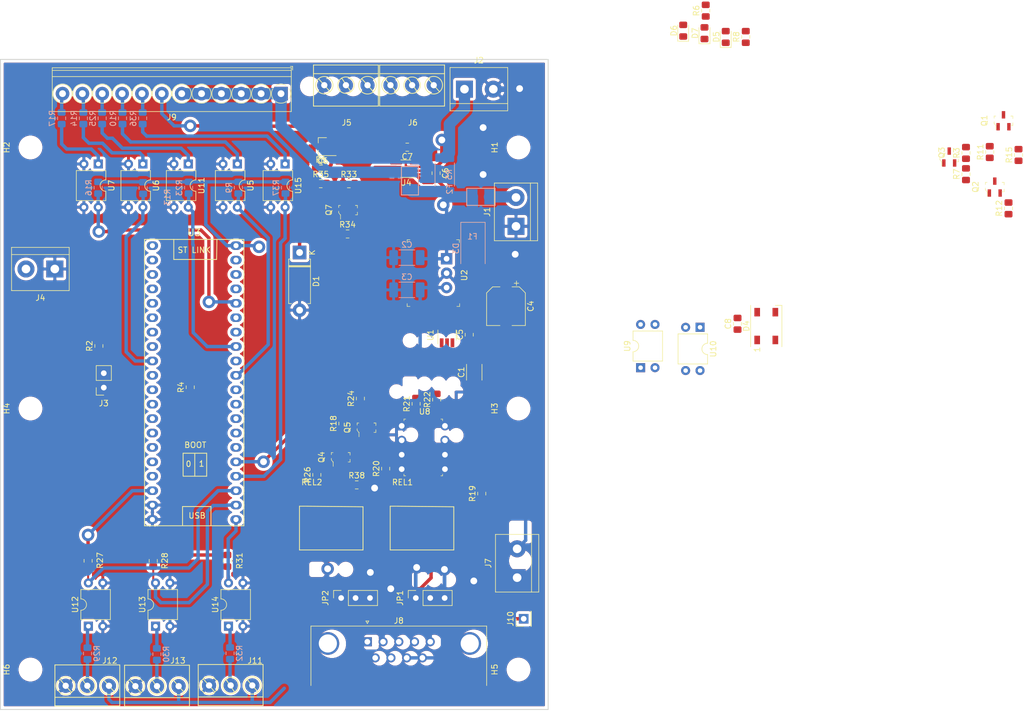
<source format=kicad_pcb>
(kicad_pcb (version 20171130) (host pcbnew "(5.1.0)-1")
  (layers (0 F.Cu signal) (31 B.Cu signal) (34 B.Paste user) (35 F.Paste user) (36 B.SilkS user) (37 F.SilkS user) (38 B.Mask user) (39 F.Mask user) (44 Edge.Cuts user))
  (net 0 "")
  (net 1 GND)
  (net 2 "Net-(Q4-Pad3)")
  (net 3 "Net-(Q4-Pad1)")
  (net 4 STEP)
  (net 5 "Net-(J6-Pad1)")
  (net 6 "Net-(J6-Pad3)")
  (net 7 DIR)
  (net 8 MTR_ENA)
  (net 9 "Net-(J5-Pad2)")
  (net 10 "Net-(Q5-Pad3)")
  (net 11 Relay_act2)
  (net 12 "Net-(U8-Pad1)")
  (net 13 "Net-(J7-Pad2)")
  (net 14 SonicGND)
  (net 15 "Net-(J7-Pad1)")
  (net 16 "Net-(U10-Pad1)")
  (net 17 Sonic24V)
  (net 18 +24V)
  (net 19 +5V)
  (net 20 "Net-(F2-Pad2)")
  (net 21 PistonTopBTN)
  (net 22 CycleStartBtn)
  (net 23 DoorOpenBTN)
  (net 24 WindowShutBTN)
  (net 25 "Net-(J11-Pad2)")
  (net 26 "Net-(J12-Pad2)")
  (net 27 "Net-(J13-Pad2)")
  (net 28 CycleBTNLED)
  (net 29 PixelStrip)
  (net 30 "Net-(F1-Pad2)")
  (net 31 "Net-(C6-Pad1)")
  (net 32 DoorOpen)
  (net 33 VCC)
  (net 34 "Net-(R17-Pad2)")
  (net 35 SDA)
  (net 36 SCL)
  (net 37 "Net-(D5-Pad2)")
  (net 38 "Net-(D6-Pad2)")
  (net 39 PistonTop)
  (net 40 "Net-(R14-Pad2)")
  (net 41 "Net-(R10-Pad2)")
  (net 42 "Net-(D7-Pad2)")
  (net 43 CycleStart)
  (net 44 WindowShut)
  (net 45 Estop2)
  (net 46 "Net-(R30-Pad2)")
  (net 47 "Net-(R29-Pad2)")
  (net 48 Beam1)
  (net 49 Beam2)
  (net 50 "Net-(R25-Pad2)")
  (net 51 Estop1)
  (net 52 "Net-(R20-Pad1)")
  (net 53 "Net-(R21-Pad1)")
  (net 54 "Net-(R22-Pad1)")
  (net 55 Relay_act1)
  (net 56 "Net-(R26-Pad1)")
  (net 57 "Net-(C5-Pad2)")
  (net 58 Pixel)
  (net 59 "Net-(JP1-Pad1)")
  (net 60 BTN2)
  (net 61 "Net-(JP1-Pad3)")
  (net 62 "Net-(JP2-Pad3)")
  (net 63 BTN1)
  (net 64 "Net-(JP2-Pad1)")
  (net 65 "Net-(J8-Pad0)")
  (net 66 "Net-(Q7-Pad3)")
  (net 67 CycleBTNLEDMCU)
  (net 68 "Net-(J3-Pad1)")
  (net 69 "Net-(Q6-Pad1)")
  (net 70 Beam3)
  (net 71 "Net-(R32-Pad2)")
  (net 72 "Net-(D1-Pad1)")
  (net 73 SpareBtn1)
  (net 74 "Net-(R36-Pad2)")
  (net 75 Spare1)
  (net 76 "Net-(Q5-Pad1)")
  (module Resistor_SMD:R_0805_2012Metric_Pad1.15x1.40mm_HandSolder (layer F.Cu) (at 163.0172 105.89768)
    (fp_text reference R38 (at 0 -1.65) (layer F.SilkS))
    (fp_text value 100R)
    (pad 2 smd roundrect (at 1.025 0) (size 1.15 1.4) (layers F.Cu F.Paste F.Mask) (roundrect_rratio 0.217391) (net 76 "Net-(Q5-Pad1)"))
    (pad 1 smd roundrect (at -1.025 0) (size 1.15 1.4) (layers F.Cu F.Paste F.Mask) (roundrect_rratio 0.217391) (net 11 Relay_act2))
  )
  (module Connector_PinSocket_2.54mm:PinSocket_1x03_P2.54mm_Vertical (layer F.Cu) (at 173.4312 125.8316 90)
    (fp_text reference JP1 (at 0 -2.77 90) (layer F.SilkS))
    (fp_text value Btn2jumper)
    (pad 3 thru_hole oval (at 0 5.08 90) (size 1.7 1.7) (drill 1) (layers *.Cu *.Mask) (net 61 "Net-(JP1-Pad3)"))
    (pad 2 thru_hole oval (at 0 2.54 90) (size 1.7 1.7) (drill 1) (layers *.Cu *.Mask) (net 60 BTN2))
    (pad 1 thru_hole rect (at 0 0 90) (size 1.7 1.7) (drill 1) (layers *.Cu *.Mask) (net 59 "Net-(JP1-Pad1)"))
  )
  (module TerminalBlock:TerminalBlock_bornier-2_P5.08mm (layer F.Cu) (at 191.28232 122.24512 90)
    (fp_text reference J7 (at 2.54 -5.08 90) (layer F.SilkS))
    (fp_text value Estop)
    (pad 2 thru_hole circle (at 5.08 0 90) (size 3 3) (drill 1.52) (layers *.Cu *.Mask) (net 13 "Net-(J7-Pad2)"))
    (pad 1 thru_hole rect (at 0 0 90) (size 3 3) (drill 1.52) (layers *.Cu *.Mask) (net 15 "Net-(J7-Pad1)"))
  )
  (module Libs:MKDS1,3-3,81 (layer F.Cu) (at 127.4445 138.3157)
    (fp_text reference J13 (at 4.06146 -1.44526 180) (layer F.SilkS))
    (fp_text value Proximity2)
    (pad 3 thru_hole circle (at 4.191 3.048) (size 2.5 2.5) (drill 1.1) (layers *.Cu *.Mask) (net 18 +24V))
    (pad 2 thru_hole circle (at 0.381 3.048) (size 2.5 2.5) (drill 1.1) (layers *.Cu *.Mask) (net 27 "Net-(J13-Pad2)"))
    (pad 1 thru_hole circle (at -3.429 3.048) (size 2.5 2.5) (drill 1.1) (layers *.Cu *.Mask) (net 1 GND))
  )
  (module Libs:MKDS1,3-3,81 (layer F.Cu) (at 115.1636 138.2522)
    (fp_text reference J12 (at 4.35356 -1.38176) (layer F.SilkS))
    (fp_text value Proximity2)
    (pad 3 thru_hole circle (at 4.191 3.048) (size 2.5 2.5) (drill 1.1) (layers *.Cu *.Mask) (net 18 +24V))
    (pad 2 thru_hole circle (at 0.381 3.048) (size 2.5 2.5) (drill 1.1) (layers *.Cu *.Mask) (net 26 "Net-(J12-Pad2)"))
    (pad 1 thru_hole circle (at -3.429 3.048) (size 2.5 2.5) (drill 1.1) (layers *.Cu *.Mask) (net 1 GND))
  )
  (module Libs:MKDS1,3-3,81 (layer F.Cu) (at 140.4239 138.1887)
    (fp_text reference J11 (at 4.69138 -1.31826) (layer F.SilkS))
    (fp_text value Proximity2)
    (pad 3 thru_hole circle (at 4.191 3.048) (size 2.5 2.5) (drill 1.1) (layers *.Cu *.Mask) (net 18 +24V))
    (pad 2 thru_hole circle (at 0.381 3.048) (size 2.5 2.5) (drill 1.1) (layers *.Cu *.Mask) (net 25 "Net-(J11-Pad2)"))
    (pad 1 thru_hole circle (at -3.429 3.048) (size 2.5 2.5) (drill 1.1) (layers *.Cu *.Mask) (net 1 GND))
  )
  (module Libs:MKDS1,3-3,81 (layer F.Cu) (at 173.15688 38.51656 180)
    (fp_text reference J6 (at 0.254 -3.556 180) (layer F.SilkS))
    (fp_text value Servo2)
    (pad 3 thru_hole circle (at 4.191 3.048 180) (size 2.5 2.5) (drill 1.1) (layers *.Cu *.Mask) (net 6 "Net-(J6-Pad3)"))
    (pad 2 thru_hole circle (at 0.381 3.048 180) (size 2.5 2.5) (drill 1.1) (layers *.Cu *.Mask) (net 19 +5V))
    (pad 1 thru_hole circle (at -3.429 3.048 180) (size 2.5 2.5) (drill 1.1) (layers *.Cu *.Mask) (net 5 "Net-(J6-Pad1)"))
  )
  (module Libs:MKDS1,3-3,81 (layer F.Cu) (at 161.4932 38.51656 180)
    (fp_text reference J5 (at 0.254 -3.556 180) (layer F.SilkS))
    (fp_text value Servo1)
    (pad 3 thru_hole circle (at 4.191 3.048 180) (size 2.5 2.5) (drill 1.1) (layers *.Cu *.Mask) (net 19 +5V))
    (pad 2 thru_hole circle (at 0.381 3.048 180) (size 2.5 2.5) (drill 1.1) (layers *.Cu *.Mask) (net 9 "Net-(J5-Pad2)"))
    (pad 1 thru_hole circle (at -3.429 3.048 180) (size 2.5 2.5) (drill 1.1) (layers *.Cu *.Mask) (net 19 +5V))
  )
  (module Package_DIP:DIP-4_W7.62mm (layer F.Cu) (at 150.3934 49.3522 270)
    (fp_text reference U15 (at 3.81 -2.33 270) (layer F.SilkS))
    (fp_text value PC817)
    (pad 4 thru_hole oval (at 7.62 0 270) (size 1.6 1.6) (drill 0.8) (layers *.Cu *.Mask) (net 75 Spare1))
    (pad 2 thru_hole oval (at 0 2.54 270) (size 1.6 1.6) (drill 0.8) (layers *.Cu *.Mask) (net 1 GND))
    (pad 3 thru_hole oval (at 7.62 2.54 270) (size 1.6 1.6) (drill 0.8) (layers *.Cu *.Mask) (net 1 GND))
    (pad 1 thru_hole rect (at 0 0 270) (size 1.6 1.6) (drill 0.8) (layers *.Cu *.Mask) (net 74 "Net-(R36-Pad2)"))
  )
  (module Libs:Bluepill (layer F.Cu) (at 134.3787 87.8713 270)
    (fp_text reference U3 (at -26.43 0) (layer F.SilkS) (effects (font (size 1.2 1.2))))
    (fp_text value Bluepill)
    (fp_text user "ST LINK" (at -23.35 0) (layer F.SilkS))
    (fp_text user 1 (at 14.3 -1.3) (layer F.SilkS))
    (fp_text user 0 (at 14.35 1) (layer F.SilkS))
    (fp_text user BOOT (at 11 -0.2) (layer F.SilkS))
    (fp_text user USB (at 23.45 -0.5) (layer F.SilkS))
    (pad 40 thru_hole oval (at -24.13 -7.366 270) (size 1.5 2) (drill 0.9) (layers *.Cu *.Mask) (net 33 VCC))
    (pad 1 thru_hole oval (at -24.13 7.366 270) (size 1.5 2) (drill 0.9) (layers *.Cu *.Mask))
    (pad 39 thru_hole oval (at -21.59 -7.366 270) (size 1.5 2) (drill 0.9) (layers *.Cu *.Mask))
    (pad 2 thru_hole oval (at -21.59 7.366 270) (size 1.5 2) (drill 0.9) (layers *.Cu *.Mask))
    (pad 38 thru_hole oval (at -19.05 -7.366 270) (size 1.5 2) (drill 0.9) (layers *.Cu *.Mask))
    (pad 3 thru_hole oval (at -19.05 7.366 270) (size 1.5 2) (drill 0.9) (layers *.Cu *.Mask))
    (pad 37 thru_hole oval (at -16.51 -7.366 270) (size 1.5 2) (drill 0.9) (layers *.Cu *.Mask))
    (pad 4 thru_hole oval (at -16.51 7.366 270) (size 1.5 2) (drill 0.9) (layers *.Cu *.Mask))
    (pad 36 thru_hole oval (at -13.97 -7.366 270) (size 1.5 2) (drill 0.9) (layers *.Cu *.Mask) (net 44 WindowShut))
    (pad 5 thru_hole oval (at -13.97 7.366 270) (size 1.5 2) (drill 0.9) (layers *.Cu *.Mask) (net 8 MTR_ENA))
    (pad 35 thru_hole oval (at -11.43 -7.366 270) (size 1.5 2) (drill 0.9) (layers *.Cu *.Mask) (net 35 SDA))
    (pad 6 thru_hole oval (at -11.43 7.366 270) (size 1.5 2) (drill 0.9) (layers *.Cu *.Mask) (net 7 DIR))
    (pad 34 thru_hole oval (at -8.89 -7.366 270) (size 1.5 2) (drill 0.9) (layers *.Cu *.Mask) (net 36 SCL))
    (pad 7 thru_hole oval (at -8.89 7.366 270) (size 1.5 2) (drill 0.9) (layers *.Cu *.Mask) (net 4 STEP))
    (pad 33 thru_hole oval (at -6.35 -7.366 270) (size 1.5 2) (drill 0.9) (layers *.Cu *.Mask) (net 43 CycleStart))
    (pad 8 thru_hole oval (at -6.35 7.366 270) (size 1.5 2) (drill 0.9) (layers *.Cu *.Mask))
    (pad 32 thru_hole oval (at -3.81 -7.366 270) (size 1.5 2) (drill 0.9) (layers *.Cu *.Mask) (net 58 Pixel))
    (pad 9 thru_hole oval (at -3.81 7.366 270) (size 1.5 2) (drill 0.9) (layers *.Cu *.Mask) (net 32 DoorOpen))
    (pad 31 thru_hole oval (at -1.27 -7.366 270) (size 1.5 2) (drill 0.9) (layers *.Cu *.Mask) (net 39 PistonTop))
    (pad 10 thru_hole oval (at -1.27 7.366 270) (size 1.5 2) (drill 0.9) (layers *.Cu *.Mask))
    (pad 30 thru_hole oval (at 1.27 -7.366 270) (size 1.5 2) (drill 0.9) (layers *.Cu *.Mask) (net 29 PixelStrip))
    (pad 11 thru_hole oval (at 1.27 7.366 270) (size 1.5 2) (drill 0.9) (layers *.Cu *.Mask))
    (pad 29 thru_hole oval (at 3.81 -7.366 270) (size 1.5 2) (drill 0.9) (layers *.Cu *.Mask))
    (pad 12 thru_hole oval (at 3.81 7.366 270) (size 1.5 2) (drill 0.9) (layers *.Cu *.Mask))
    (pad 28 thru_hole oval (at 6.35 -7.366 270) (size 1.5 2) (drill 0.9) (layers *.Cu *.Mask))
    (pad 13 thru_hole oval (at 6.35 7.366 270) (size 1.5 2) (drill 0.9) (layers *.Cu *.Mask) (net 45 Estop2))
    (pad 27 thru_hole oval (at 8.89 -7.366 270) (size 1.5 2) (drill 0.9) (layers *.Cu *.Mask))
    (pad 14 thru_hole oval (at 8.89 7.366 270) (size 1.5 2) (drill 0.9) (layers *.Cu *.Mask) (net 51 Estop1))
    (pad 26 thru_hole oval (at 11.43 -7.366 270) (size 1.5 2) (drill 0.9) (layers *.Cu *.Mask) (net 55 Relay_act1))
    (pad 15 thru_hole oval (at 11.43 7.366 270) (size 1.5 2) (drill 0.9) (layers *.Cu *.Mask))
    (pad 25 thru_hole oval (at 13.97 -7.366 270) (size 1.5 2) (drill 0.9) (layers *.Cu *.Mask) (net 67 CycleBTNLEDMCU))
    (pad 16 thru_hole oval (at 13.97 7.366 270) (size 1.5 2) (drill 0.9) (layers *.Cu *.Mask))
    (pad 24 thru_hole oval (at 16.51 -7.366 270) (size 1.5 2) (drill 0.9) (layers *.Cu *.Mask) (net 75 Spare1))
    (pad 17 thru_hole oval (at 16.51 7.366 270) (size 1.5 2) (drill 0.9) (layers *.Cu *.Mask) (net 68 "Net-(J3-Pad1)"))
    (pad 23 thru_hole oval (at 19.05 -7.366 270) (size 1.5 2) (drill 0.9) (layers *.Cu *.Mask) (net 49 Beam2))
    (pad 18 thru_hole oval (at 19.05 7.366 270) (size 1.5 2) (drill 0.9) (layers *.Cu *.Mask) (net 33 VCC))
    (pad 22 thru_hole oval (at 21.59 -7.366 270) (size 1.5 2) (drill 0.9) (layers *.Cu *.Mask) (net 48 Beam1))
    (pad 19 thru_hole oval (at 21.59 7.366 270) (size 1.5 2) (drill 0.9) (layers *.Cu *.Mask) (net 1 GND))
    (pad 21 thru_hole oval (at 24.13 -7.366 270) (size 1.5 2) (drill 0.9) (layers *.Cu *.Mask) (net 70 Beam3))
    (pad 20 thru_hole oval (at 24.13 7.366 270) (size 1.5 2) (drill 0.9) (layers *.Cu *.Mask) (net 1 GND))
  )
  (module Libs:IM03GR (layer F.Cu) (at 155.7274 110.65764)
    (fp_text reference REL2 (at -0.635 -5.215) (layer F.SilkS))
    (fp_text value IM03GR)
    (pad 4 smd rect (at 6.6 6) (size 1.2 2.5) (layers F.Cu F.Paste F.Mask) (net 62 "Net-(JP2-Pad3)"))
    (pad 3 smd rect (at 4.4 6) (size 1.2 2.5) (layers F.Cu F.Paste F.Mask) (net 17 Sonic24V))
    (pad 2 smd rect (at 2.2 6) (size 1.2 2.5) (layers F.Cu F.Paste F.Mask) (net 64 "Net-(JP2-Pad1)"))
    (pad 1 smd rect (at -1 6) (size 1.2 2.5) (layers F.Cu F.Paste F.Mask) (net 19 +5V))
    (pad 5 smd rect (at 6.6 -0.4) (size 1.2 2.5) (layers F.Cu F.Paste F.Mask))
    (pad 6 smd rect (at 4.4 -0.4) (size 1.2 2.5) (layers F.Cu F.Paste F.Mask))
    (pad 7 smd rect (at 2.2 -0.4) (size 1.2 2.5) (layers F.Cu F.Paste F.Mask))
    (pad 8 smd rect (at -1 -0.4) (size 1.2 2.5) (layers F.Cu F.Paste F.Mask) (net 56 "Net-(R26-Pad1)"))
  )
  (module Libs:IM03GR (layer F.Cu) (at 171.71924 110.65764)
    (fp_text reference REL1 (at -0.635 -5.215) (layer F.SilkS))
    (fp_text value IM03GR)
    (pad 4 smd rect (at 6.6 6) (size 1.2 2.5) (layers F.Cu F.Paste F.Mask) (net 61 "Net-(JP1-Pad3)"))
    (pad 3 smd rect (at 4.4 6) (size 1.2 2.5) (layers F.Cu F.Paste F.Mask) (net 17 Sonic24V))
    (pad 2 smd rect (at 2.2 6) (size 1.2 2.5) (layers F.Cu F.Paste F.Mask) (net 59 "Net-(JP1-Pad1)"))
    (pad 1 smd rect (at -1 6) (size 1.2 2.5) (layers F.Cu F.Paste F.Mask) (net 19 +5V))
    (pad 5 smd rect (at 6.6 -0.4) (size 1.2 2.5) (layers F.Cu F.Paste F.Mask))
    (pad 6 smd rect (at 4.4 -0.4) (size 1.2 2.5) (layers F.Cu F.Paste F.Mask))
    (pad 7 smd rect (at 2.2 -0.4) (size 1.2 2.5) (layers F.Cu F.Paste F.Mask))
    (pad 8 smd rect (at -1 -0.4) (size 1.2 2.5) (layers F.Cu F.Paste F.Mask) (net 52 "Net-(R20-Pad1)"))
  )
  (module Resistor_SMD:R_0805_2012Metric_Pad1.15x1.40mm_HandSolder (layer B.Cu) (at 150.4696 53.530557 270)
    (fp_text reference R37 (at 0 1.65 270) (layer B.SilkS) (effects (justify mirror)))
    (fp_text value 10K)
    (pad 2 smd roundrect (at 1.025 0 270) (size 1.15 1.4) (layers B.Cu B.Paste B.Mask) (roundrect_rratio 0.217391) (net 75 Spare1))
    (pad 1 smd roundrect (at -1.025 0 270) (size 1.15 1.4) (layers B.Cu B.Paste B.Mask) (roundrect_rratio 0.217391) (net 33 VCC))
  )
  (module Resistor_SMD:R_0805_2012Metric_Pad1.15x1.40mm_HandSolder (layer B.Cu) (at 125.2982 41.3004 270)
    (fp_text reference R36 (at 0 1.65 270) (layer B.SilkS) (effects (justify mirror)))
    (fp_text value 1K-2K)
    (pad 2 smd roundrect (at 1.025 0 270) (size 1.15 1.4) (layers B.Cu B.Paste B.Mask) (roundrect_rratio 0.217391) (net 74 "Net-(R36-Pad2)"))
    (pad 1 smd roundrect (at -1.025 0 270) (size 1.15 1.4) (layers B.Cu B.Paste B.Mask) (roundrect_rratio 0.217391) (net 73 SpareBtn1))
  )
  (module Resistor_SMD:R_0805_2012Metric_Pad1.15x1.40mm_HandSolder (layer F.Cu) (at 156.6799 52.82692)
    (fp_text reference R35 (at 0 -1.65) (layer F.SilkS))
    (fp_text value 2K)
    (pad 2 smd roundrect (at 1.025 0) (size 1.15 1.4) (layers F.Cu F.Paste F.Mask) (roundrect_rratio 0.217391) (net 18 +24V))
    (pad 1 smd roundrect (at -1.025 0) (size 1.15 1.4) (layers F.Cu F.Paste F.Mask) (roundrect_rratio 0.217391) (net 72 "Net-(D1-Pad1)"))
  )
  (module Libs:LittleFuse_110F_24V (layer B.Cu) (at 172.3898 53.8099 90)
    (fp_text reference F2 (at 0 7 90) (layer B.SilkS) (effects (justify mirror)))
    (fp_text value 100-300mA)
    (pad 2 smd trapezoid (at 3 0 90) (size 1.8 2.7) (layers B.Cu B.Paste B.Mask) (net 20 "Net-(F2-Pad2)"))
    (pad 1 smd trapezoid (at 0 0 90) (size 1.8 2.7) (layers B.Cu B.Paste B.Mask) (net 18 +24V))
  )
  (module Libs:LittleFuse_110F_24V (layer B.Cu) (at 183.4007 55.1434)
    (fp_text reference F1 (at 0 7) (layer B.SilkS) (effects (justify mirror)))
    (fp_text value Polyfuse)
    (pad 2 smd trapezoid (at 3 0) (size 1.8 2.7) (layers B.Cu B.Paste B.Mask) (net 30 "Net-(F1-Pad2)"))
    (pad 1 smd trapezoid (at 0 0) (size 1.8 2.7) (layers B.Cu B.Paste B.Mask) (net 18 +24V))
  )
  (module Diode_THT:D_DO-15_P10.16mm_Horizontal (layer F.Cu) (at 152.94864 64.95288 270)
    (fp_text reference D1 (at 5.08 -2.92 270) (layer F.SilkS))
    (fp_text value 26v)
    (fp_text user K (at 0 -2.2 270) (layer F.SilkS))
    (pad 2 thru_hole oval (at 10.16 0 270) (size 2.4 2.4) (drill 1.2) (layers *.Cu *.Mask) (net 1 GND))
    (pad 1 thru_hole rect (at 0 0 270) (size 2.4 2.4) (drill 1.2) (layers *.Cu *.Mask) (net 72 "Net-(D1-Pad1)"))
  )
  (module Connector_PinSocket_2.54mm:PinSocket_1x02_P2.54mm_Vertical (layer F.Cu) (at 118.44528 88.75776 180)
    (fp_text reference J3 (at 0 -2.77 180) (layer F.SilkS))
    (fp_text value Reset_switch)
    (pad 1 thru_hole rect (at 0 0 180) (size 1.7 1.7) (drill 1) (layers *.Cu *.Mask) (net 68 "Net-(J3-Pad1)"))
    (pad 2 thru_hole oval (at 0 2.54 180) (size 1.7 1.7) (drill 1) (layers *.Cu *.Mask) (net 1 GND))
  )
  (module Package_DIP:DIP-4_W7.62mm (layer F.Cu) (at 140.42136 130.79984 90)
    (fp_text reference U14 (at 3.81 -2.33 90) (layer F.SilkS))
    (fp_text value PC817)
    (pad 1 thru_hole rect (at 0 0 90) (size 1.6 1.6) (drill 0.8) (layers *.Cu *.Mask) (net 71 "Net-(R32-Pad2)"))
    (pad 3 thru_hole oval (at 7.62 2.54 90) (size 1.6 1.6) (drill 0.8) (layers *.Cu *.Mask) (net 1 GND))
    (pad 2 thru_hole oval (at 0 2.54 90) (size 1.6 1.6) (drill 0.8) (layers *.Cu *.Mask) (net 1 GND))
    (pad 4 thru_hole oval (at 7.62 0 90) (size 1.6 1.6) (drill 0.8) (layers *.Cu *.Mask) (net 70 Beam3))
  )
  (module Package_TO_SOT_SMD:SOT-23_Handsoldering (layer F.Cu) (at 156.9974 46.29912 180)
    (fp_text reference Q6 (at 0 -2.5 180) (layer F.SilkS))
    (fp_text value A03401-Peters)
    (pad 1 smd rect (at -1.5 -0.95 180) (size 1.9 0.8) (layers F.Cu F.Paste F.Mask) (net 69 "Net-(Q6-Pad1)"))
    (pad 2 smd rect (at -1.5 0.95 180) (size 1.9 0.8) (layers F.Cu F.Paste F.Mask) (net 28 CycleBTNLED))
    (pad 3 smd rect (at 1.5 0 180) (size 1.9 0.8) (layers F.Cu F.Paste F.Mask) (net 72 "Net-(D1-Pad1)"))
  )
  (module Resistor_SMD:R_0805_2012Metric_Pad1.15x1.40mm_HandSolder (layer F.Cu) (at 161.40684 61.68644)
    (fp_text reference R34 (at 0 -1.65) (layer F.SilkS))
    (fp_text value 10K)
    (pad 2 smd roundrect (at 1.025 0) (size 1.15 1.4) (layers F.Cu F.Paste F.Mask) (roundrect_rratio 0.217391) (net 1 GND))
    (pad 1 smd roundrect (at -1.025 0) (size 1.15 1.4) (layers F.Cu F.Paste F.Mask) (roundrect_rratio 0.217391) (net 67 CycleBTNLEDMCU))
  )
  (module Resistor_SMD:R_0805_2012Metric_Pad1.15x1.40mm_HandSolder (layer F.Cu) (at 161.63036 52.832)
    (fp_text reference R33 (at 0 -1.65) (layer F.SilkS))
    (fp_text value 10K)
    (pad 1 smd roundrect (at -1.025 0) (size 1.15 1.4) (layers F.Cu F.Paste F.Mask) (roundrect_rratio 0.217391) (net 69 "Net-(Q6-Pad1)"))
    (pad 2 smd roundrect (at 1.025 0) (size 1.15 1.4) (layers F.Cu F.Paste F.Mask) (roundrect_rratio 0.217391) (net 66 "Net-(Q7-Pad3)"))
  )
  (module Resistor_SMD:R_0805_2012Metric_Pad1.15x1.40mm_HandSolder (layer B.Cu) (at 140.69568 135.57112 90)
    (fp_text reference R32 (at 0 1.65 90) (layer B.SilkS) (effects (justify mirror)))
    (fp_text value 2K)
    (pad 2 smd roundrect (at 1.025 0 90) (size 1.15 1.4) (layers B.Cu B.Paste B.Mask) (roundrect_rratio 0.217391) (net 71 "Net-(R32-Pad2)"))
    (pad 1 smd roundrect (at -1.025 0 90) (size 1.15 1.4) (layers B.Cu B.Paste B.Mask) (roundrect_rratio 0.217391) (net 25 "Net-(J11-Pad2)"))
  )
  (module Resistor_SMD:R_0805_2012Metric_Pad1.15x1.40mm_HandSolder (layer F.Cu) (at 140.22324 119.2784 270)
    (fp_text reference R31 (at -0.00508 -2.14884 270) (layer F.SilkS))
    (fp_text value 10K)
    (pad 1 smd roundrect (at -1.025 0 270) (size 1.15 1.4) (layers F.Cu F.Paste F.Mask) (roundrect_rratio 0.217391) (net 33 VCC))
    (pad 2 smd roundrect (at 1.025 0 270) (size 1.15 1.4) (layers F.Cu F.Paste F.Mask) (roundrect_rratio 0.217391) (net 70 Beam3))
  )
  (module digikey-footprints:SOT-23-3 (layer F.Cu) (at 161.48812 57.48528 90)
    (fp_text reference Q7 (at 0.025 -3.375 90) (layer F.SilkS))
    (fp_text value BSS138)
    (pad 3 smd rect (at 1.05 0 90) (size 1.3 0.6) (layers F.Cu F.Paste F.Mask) (net 66 "Net-(Q7-Pad3)"))
    (pad 2 smd rect (at -1.05 0.95 90) (size 1.3 0.6) (layers F.Cu F.Paste F.Mask) (net 1 GND))
    (pad 1 smd rect (at -1.05 -0.95 90) (size 1.3 0.6) (layers F.Cu F.Paste F.Mask) (net 67 CycleBTNLEDMCU))
  )
  (module Capacitor_SMD:CP_Elec_6.3x5.4 (layer F.Cu) (at 189.3189 74.4093 270)
    (fp_text reference C4 (at 0 -4.35 270) (layer F.SilkS))
    (fp_text value 68uf)
    (pad 1 smd roundrect (at -2.8 0 270) (size 3.5 1.6) (layers F.Cu F.Paste F.Mask) (roundrect_rratio 0.15625) (net 19 +5V))
    (pad 2 smd roundrect (at 2.8 0 270) (size 3.5 1.6) (layers F.Cu F.Paste F.Mask) (roundrect_rratio 0.15625) (net 1 GND))
  )
  (module Capacitor_SMD:C_0805_2012Metric_Pad1.15x1.40mm_HandSolder (layer F.Cu) (at 230.11892 77.51064 90)
    (fp_text reference C8 (at 0 -1.65 90) (layer F.SilkS))
    (fp_text value 100n)
    (pad 2 smd roundrect (at 1.025 0 90) (size 1.15 1.4) (layers F.Cu F.Paste F.Mask) (roundrect_rratio 0.217391) (net 19 +5V))
    (pad 1 smd roundrect (at -1.025 0 90) (size 1.15 1.4) (layers F.Cu F.Paste F.Mask) (roundrect_rratio 0.217391) (net 1 GND))
  )
  (module Capacitor_SMD:C_0805_2012Metric_Pad1.15x1.40mm_HandSolder (layer F.Cu) (at 182.84444 79.43596 90)
    (fp_text reference C5 (at 0 -1.65 90) (layer F.SilkS))
    (fp_text value 10p)
    (pad 1 smd roundrect (at -1.025 0 90) (size 1.15 1.4) (layers F.Cu F.Paste F.Mask) (roundrect_rratio 0.217391) (net 1 GND))
    (pad 2 smd roundrect (at 1.025 0 90) (size 1.15 1.4) (layers F.Cu F.Paste F.Mask) (roundrect_rratio 0.217391) (net 57 "Net-(C5-Pad2)"))
  )
  (module Capacitor_SMD:C_0805_2012Metric_Pad1.15x1.40mm_HandSolder (layer F.Cu) (at 176.9999 50.9651 270)
    (fp_text reference C6 (at 0 -1.65 270) (layer F.SilkS))
    (fp_text value 10p)
    (pad 2 smd roundrect (at 1.025 0 270) (size 1.15 1.4) (layers F.Cu F.Paste F.Mask) (roundrect_rratio 0.217391) (net 18 +24V))
    (pad 1 smd roundrect (at -1.025 0 270) (size 1.15 1.4) (layers F.Cu F.Paste F.Mask) (roundrect_rratio 0.217391) (net 31 "Net-(C6-Pad1)"))
  )
  (module Capacitor_SMD:C_0805_2012Metric_Pad1.15x1.40mm_HandSolder (layer F.Cu) (at 171.9199 46.3931 180)
    (fp_text reference C7 (at 0 -1.65 180) (layer F.SilkS))
    (fp_text value 100n)
    (pad 1 smd roundrect (at -1.025 0 180) (size 1.15 1.4) (layers F.Cu F.Paste F.Mask) (roundrect_rratio 0.217391) (net 33 VCC))
    (pad 2 smd roundrect (at 1.025 0 180) (size 1.15 1.4) (layers F.Cu F.Paste F.Mask) (roundrect_rratio 0.217391) (net 1 GND))
  )
  (module Capacitor_SMD:C_2010_5025Metric_Pad1.52x2.65mm_HandSolder (layer B.Cu) (at 171.8564 71.5391 180)
    (fp_text reference C3 (at 0 2.28 180) (layer B.SilkS) (effects (justify mirror)))
    (fp_text value 22uF/16V)
    (pad 1 smd roundrect (at -2.3375 0 180) (size 1.525 2.65) (layers B.Cu B.Paste B.Mask) (roundrect_rratio 0.163934) (net 19 +5V))
    (pad 2 smd roundrect (at 2.3375 0 180) (size 1.525 2.65) (layers B.Cu B.Paste B.Mask) (roundrect_rratio 0.163934) (net 1 GND))
  )
  (module Capacitor_SMD:C_2010_5025Metric_Pad1.52x2.65mm_HandSolder (layer F.Cu) (at 183.72836 86.05012 90)
    (fp_text reference C1 (at 0 -2.28 90) (layer F.SilkS))
    (fp_text value 10uF/50V)
    (pad 2 smd roundrect (at 2.3375 0 90) (size 1.525 2.65) (layers F.Cu F.Paste F.Mask) (roundrect_rratio 0.163934) (net 1 GND))
    (pad 1 smd roundrect (at -2.3375 0 90) (size 1.525 2.65) (layers F.Cu F.Paste F.Mask) (roundrect_rratio 0.163934) (net 33 VCC))
  )
  (module Capacitor_SMD:C_2010_5025Metric_Pad1.52x2.65mm_HandSolder (layer B.Cu) (at 171.8564 65.8495 180)
    (fp_text reference C2 (at 0 2.28 180) (layer B.SilkS) (effects (justify mirror)))
    (fp_text value 10uF/50V)
    (pad 1 smd roundrect (at -2.3375 0 180) (size 1.525 2.65) (layers B.Cu B.Paste B.Mask) (roundrect_rratio 0.163934) (net 18 +24V))
    (pad 2 smd roundrect (at 2.3375 0 180) (size 1.525 2.65) (layers B.Cu B.Paste B.Mask) (roundrect_rratio 0.163934) (net 1 GND))
  )
  (module Connector_Dsub:DSUB-9_Male_Horizontal_P2.77x2.84mm_EdgePinOffset4.94mm_Housed_MountingHolesOffset7.48mm (layer F.Cu) (at 164.89172 133.54304)
    (fp_text reference J8 (at 5.54 -3.7) (layer F.SilkS))
    (fp_text value "Swiss Sonic cable")
    (pad 1 thru_hole rect (at 0 0) (size 1.6 1.6) (drill 1) (layers *.Cu *.Mask) (net 13 "Net-(J7-Pad2)"))
    (pad 2 thru_hole circle (at 2.77 0) (size 1.6 1.6) (drill 1) (layers *.Cu *.Mask) (net 15 "Net-(J7-Pad1)"))
    (pad 3 thru_hole circle (at 5.54 0) (size 1.6 1.6) (drill 1) (layers *.Cu *.Mask) (net 17 Sonic24V))
    (pad 4 thru_hole circle (at 8.31 0) (size 1.6 1.6) (drill 1) (layers *.Cu *.Mask) (net 63 BTN1))
    (pad 5 thru_hole circle (at 11.08 0) (size 1.6 1.6) (drill 1) (layers *.Cu *.Mask) (net 60 BTN2))
    (pad 6 thru_hole circle (at 1.385 2.84) (size 1.6 1.6) (drill 1) (layers *.Cu *.Mask))
    (pad 7 thru_hole circle (at 4.155 2.84) (size 1.6 1.6) (drill 1) (layers *.Cu *.Mask))
    (pad 8 thru_hole circle (at 6.925 2.84) (size 1.6 1.6) (drill 1) (layers *.Cu *.Mask) (net 14 SonicGND))
    (pad 9 thru_hole circle (at 9.695 2.84) (size 1.6 1.6) (drill 1) (layers *.Cu *.Mask) (net 14 SonicGND))
    (pad 0 thru_hole circle (at -6.96 0.3) (size 4 4) (drill 3.2) (layers *.Cu *.Mask) (net 65 "Net-(J8-Pad0)"))
    (pad 0 thru_hole circle (at 18.04 0.3) (size 4 4) (drill 3.2) (layers *.Cu *.Mask) (net 65 "Net-(J8-Pad0)"))
  )
  (module Connector_PinHeader_2.54mm:PinHeader_1x01_P2.54mm_Vertical (layer F.Cu) (at 192.44056 129.49428 90)
    (fp_text reference J10 (at 0 -2.33 90) (layer F.SilkS))
    (fp_text value SonicGND)
    (pad 1 thru_hole rect (at 0 0 90) (size 1.7 1.7) (drill 1) (layers *.Cu *.Mask) (net 14 SonicGND))
  )
  (module Connector_PinSocket_2.54mm:PinSocket_1x03_P2.54mm_Vertical (layer F.Cu) (at 160.274 125.8316 90)
    (fp_text reference JP2 (at 0 -2.77 90) (layer F.SilkS))
    (fp_text value Btn1jumper)
    (pad 3 thru_hole oval (at 0 5.08 90) (size 1.7 1.7) (drill 1) (layers *.Cu *.Mask) (net 62 "Net-(JP2-Pad3)"))
    (pad 2 thru_hole oval (at 0 2.54 90) (size 1.7 1.7) (drill 1) (layers *.Cu *.Mask) (net 63 BTN1))
    (pad 1 thru_hole rect (at 0 0 90) (size 1.7 1.7) (drill 1) (layers *.Cu *.Mask) (net 64 "Net-(JP2-Pad1)"))
  )
  (module Diode_SMD:D_0805_2012Metric_Pad1.15x1.40mm_HandSolder (layer F.Cu) (at 228.0412 26.96464 90)
    (fp_text reference D5 (at 0 -1.65 90) (layer F.SilkS))
    (fp_text value Green)
    (pad 1 smd roundrect (at -1.025 0 90) (size 1.15 1.4) (layers F.Cu F.Paste F.Mask) (roundrect_rratio 0.217391) (net 1 GND))
    (pad 2 smd roundrect (at 1.025 0 90) (size 1.15 1.4) (layers F.Cu F.Paste F.Mask) (roundrect_rratio 0.217391) (net 37 "Net-(D5-Pad2)"))
  )
  (module Diode_SMD:D_0805_2012Metric_Pad1.15x1.40mm_HandSolder (layer F.Cu) (at 220.5482 25.86228 90)
    (fp_text reference D6 (at 0 -1.65 90) (layer F.SilkS))
    (fp_text value Green)
    (pad 2 smd roundrect (at 1.025 0 90) (size 1.15 1.4) (layers F.Cu F.Paste F.Mask) (roundrect_rratio 0.217391) (net 38 "Net-(D6-Pad2)"))
    (pad 1 smd roundrect (at -1.025 0 90) (size 1.15 1.4) (layers F.Cu F.Paste F.Mask) (roundrect_rratio 0.217391) (net 1 GND))
  )
  (module Diode_SMD:D_0805_2012Metric_Pad1.15x1.40mm_HandSolder (layer F.Cu) (at 224.29724 26.30424 90)
    (fp_text reference D7 (at 0 -1.65 90) (layer F.SilkS))
    (fp_text value Green)
    (pad 1 smd roundrect (at -1.025 0 90) (size 1.15 1.4) (layers F.Cu F.Paste F.Mask) (roundrect_rratio 0.217391) (net 1 GND))
    (pad 2 smd roundrect (at 1.025 0 90) (size 1.15 1.4) (layers F.Cu F.Paste F.Mask) (roundrect_rratio 0.217391) (net 42 "Net-(D7-Pad2)"))
  )
  (module Diode_SMD:D_SMB_Handsoldering (layer B.Cu) (at 183.50484 64.23152 270)
    (fp_text reference D3 (at 0 3 270) (layer B.SilkS) (effects (justify mirror)))
    (fp_text value D_Schottky)
    (pad 1 smd rect (at -2.7 0 270) (size 3.5 2.3) (layers B.Cu B.Paste B.Mask) (net 18 +24V))
    (pad 2 smd rect (at 2.7 0 270) (size 3.5 2.3) (layers B.Cu B.Paste B.Mask) (net 1 GND))
  )
  (module LED_SMD:LED_WS2812B_PLCC4_5.0x5.0mm_P3.2mm (layer F.Cu) (at 235.18368 77.91196 90)
    (fp_text reference D4 (at 0 -3.5 90) (layer F.SilkS))
    (fp_text value WS2812B)
    (fp_text user 1 (at -4.15 -1.6 90) (layer F.SilkS))
    (pad 3 smd rect (at 2.45 1.6 90) (size 1.5 1) (layers F.Cu F.Paste F.Mask) (net 1 GND))
    (pad 4 smd rect (at 2.45 -1.6 90) (size 1.5 1) (layers F.Cu F.Paste F.Mask) (net 58 Pixel))
    (pad 2 smd rect (at -2.45 1.6 90) (size 1.5 1) (layers F.Cu F.Paste F.Mask))
    (pad 1 smd rect (at -2.45 -1.6 90) (size 1.5 1) (layers F.Cu F.Paste F.Mask) (net 19 +5V))
  )
  (module Package_DIP:DIP-4_W7.62mm (layer F.Cu) (at 127.56388 130.79984 90)
    (fp_text reference U13 (at 3.81 -2.33 90) (layer F.SilkS))
    (fp_text value PC817)
    (pad 4 thru_hole oval (at 7.62 0 90) (size 1.6 1.6) (drill 0.8) (layers *.Cu *.Mask) (net 48 Beam1))
    (pad 2 thru_hole oval (at 0 2.54 90) (size 1.6 1.6) (drill 0.8) (layers *.Cu *.Mask) (net 1 GND))
    (pad 3 thru_hole oval (at 7.62 2.54 90) (size 1.6 1.6) (drill 0.8) (layers *.Cu *.Mask) (net 1 GND))
    (pad 1 thru_hole rect (at 0 0 90) (size 1.6 1.6) (drill 0.8) (layers *.Cu *.Mask) (net 46 "Net-(R30-Pad2)"))
  )
  (module Package_DIP:DIP-4_W7.62mm (layer F.Cu) (at 115.73256 130.79984 90)
    (fp_text reference U12 (at 3.81 -2.33 90) (layer F.SilkS))
    (fp_text value PC817)
    (pad 1 thru_hole rect (at 0 0 90) (size 1.6 1.6) (drill 0.8) (layers *.Cu *.Mask) (net 47 "Net-(R29-Pad2)"))
    (pad 3 thru_hole oval (at 7.62 2.54 90) (size 1.6 1.6) (drill 0.8) (layers *.Cu *.Mask) (net 1 GND))
    (pad 2 thru_hole oval (at 0 2.54 90) (size 1.6 1.6) (drill 0.8) (layers *.Cu *.Mask) (net 1 GND))
    (pad 4 thru_hole oval (at 7.62 0 90) (size 1.6 1.6) (drill 0.8) (layers *.Cu *.Mask) (net 49 Beam2))
  )
  (module Package_DIP:DIP-4_W7.62mm (layer F.Cu) (at 133.3373 49.3522 270)
    (fp_text reference U11 (at 3.81 -2.33 270) (layer F.SilkS))
    (fp_text value PC817)
    (pad 4 thru_hole oval (at 7.62 0 270) (size 1.6 1.6) (drill 0.8) (layers *.Cu *.Mask) (net 43 CycleStart))
    (pad 2 thru_hole oval (at 0 2.54 270) (size 1.6 1.6) (drill 0.8) (layers *.Cu *.Mask) (net 1 GND))
    (pad 3 thru_hole oval (at 7.62 2.54 270) (size 1.6 1.6) (drill 0.8) (layers *.Cu *.Mask) (net 1 GND))
    (pad 1 thru_hole rect (at 0 0 270) (size 1.6 1.6) (drill 0.8) (layers *.Cu *.Mask) (net 50 "Net-(R25-Pad2)"))
  )
  (module Package_DIP:DIP-4_W7.62mm (layer F.Cu) (at 223.51492 78.1304 270)
    (fp_text reference U10 (at 3.81 -2.33 270) (layer F.SilkS))
    (fp_text value PC817)
    (pad 1 thru_hole rect (at 0 0 270) (size 1.6 1.6) (drill 0.8) (layers *.Cu *.Mask) (net 16 "Net-(U10-Pad1)"))
    (pad 3 thru_hole oval (at 7.62 2.54 270) (size 1.6 1.6) (drill 0.8) (layers *.Cu *.Mask) (net 1 GND))
    (pad 2 thru_hole oval (at 0 2.54 270) (size 1.6 1.6) (drill 0.8) (layers *.Cu *.Mask) (net 54 "Net-(R22-Pad1)"))
    (pad 4 thru_hole oval (at 7.62 0 270) (size 1.6 1.6) (drill 0.8) (layers *.Cu *.Mask) (net 45 Estop2))
  )
  (module Package_DIP:DIP-4_W7.62mm (layer F.Cu) (at 213.03996 85.24748 90)
    (fp_text reference U9 (at 3.81 -2.33 90) (layer F.SilkS))
    (fp_text value PC817)
    (pad 4 thru_hole oval (at 7.62 0 90) (size 1.6 1.6) (drill 0.8) (layers *.Cu *.Mask) (net 51 Estop1))
    (pad 2 thru_hole oval (at 0 2.54 90) (size 1.6 1.6) (drill 0.8) (layers *.Cu *.Mask) (net 53 "Net-(R21-Pad1)"))
    (pad 3 thru_hole oval (at 7.62 2.54 90) (size 1.6 1.6) (drill 0.8) (layers *.Cu *.Mask) (net 1 GND))
    (pad 1 thru_hole rect (at 0 0 90) (size 1.6 1.6) (drill 0.8) (layers *.Cu *.Mask) (net 12 "Net-(U8-Pad1)"))
  )
  (module Package_DIP:DIP-4_W7.62mm (layer F.Cu) (at 117.475 49.3522 270)
    (fp_text reference U7 (at 3.81 -2.33 270) (layer F.SilkS))
    (fp_text value PC817)
    (pad 1 thru_hole rect (at 0 0 270) (size 1.6 1.6) (drill 0.8) (layers *.Cu *.Mask) (net 34 "Net-(R17-Pad2)"))
    (pad 3 thru_hole oval (at 7.62 2.54 270) (size 1.6 1.6) (drill 0.8) (layers *.Cu *.Mask) (net 1 GND))
    (pad 2 thru_hole oval (at 0 2.54 270) (size 1.6 1.6) (drill 0.8) (layers *.Cu *.Mask) (net 1 GND))
    (pad 4 thru_hole oval (at 7.62 0 270) (size 1.6 1.6) (drill 0.8) (layers *.Cu *.Mask) (net 44 WindowShut))
  )
  (module Package_DIP:DIP-4_W7.62mm (layer F.Cu) (at 125.3363 49.3522 270)
    (fp_text reference U6 (at 3.81 -2.33 270) (layer F.SilkS))
    (fp_text value PC817)
    (pad 4 thru_hole oval (at 7.62 0 270) (size 1.6 1.6) (drill 0.8) (layers *.Cu *.Mask) (net 32 DoorOpen))
    (pad 2 thru_hole oval (at 0 2.54 270) (size 1.6 1.6) (drill 0.8) (layers *.Cu *.Mask) (net 1 GND))
    (pad 3 thru_hole oval (at 7.62 2.54 270) (size 1.6 1.6) (drill 0.8) (layers *.Cu *.Mask) (net 1 GND))
    (pad 1 thru_hole rect (at 0 0 270) (size 1.6 1.6) (drill 0.8) (layers *.Cu *.Mask) (net 40 "Net-(R14-Pad2)"))
  )
  (module Package_DIP:DIP-4_W7.62mm (layer F.Cu) (at 141.986 49.3522 270)
    (fp_text reference U5 (at 3.81 -2.33 270) (layer F.SilkS))
    (fp_text value PC817)
    (pad 1 thru_hole rect (at 0 0 270) (size 1.6 1.6) (drill 0.8) (layers *.Cu *.Mask) (net 41 "Net-(R10-Pad2)"))
    (pad 3 thru_hole oval (at 7.62 2.54 270) (size 1.6 1.6) (drill 0.8) (layers *.Cu *.Mask) (net 1 GND))
    (pad 2 thru_hole oval (at 0 2.54 270) (size 1.6 1.6) (drill 0.8) (layers *.Cu *.Mask) (net 1 GND))
    (pad 4 thru_hole oval (at 7.62 0 270) (size 1.6 1.6) (drill 0.8) (layers *.Cu *.Mask) (net 39 PistonTop))
  )
  (module Package_TO_SOT_SMD:SOT-23-5_HandSoldering (layer F.Cu) (at 178.93288 79.50836 90)
    (fp_text reference U1 (at 0 -2.9 90) (layer F.SilkS))
    (fp_text value AP2210-3.3V)
    (pad 1 smd rect (at -1.35 -0.95 90) (size 1.56 0.65) (layers F.Cu F.Paste F.Mask) (net 19 +5V))
    (pad 2 smd rect (at -1.35 0 90) (size 1.56 0.65) (layers F.Cu F.Paste F.Mask) (net 1 GND))
    (pad 3 smd rect (at -1.35 0.95 90) (size 1.56 0.65) (layers F.Cu F.Paste F.Mask) (net 19 +5V))
    (pad 4 smd rect (at 1.35 0.95 90) (size 1.56 0.65) (layers F.Cu F.Paste F.Mask) (net 57 "Net-(C5-Pad2)"))
    (pad 5 smd rect (at 1.35 -0.95 90) (size 1.56 0.65) (layers F.Cu F.Paste F.Mask) (net 33 VCC))
  )
  (module Package_TO_SOT_SMD:TSOT-23-8_HandSoldering (layer F.Cu) (at 171.6659 50.2031 180)
    (fp_text reference U4 (at 0 -2.45 180) (layer F.SilkS))
    (fp_text value INA219)
    (pad 1 smd rect (at -1.71 -0.97 180) (size 2 0.4) (layers F.Cu F.Paste F.Mask) (net 18 +24V))
    (pad 2 smd rect (at -1.71 -0.33 180) (size 2 0.4) (layers F.Cu F.Paste F.Mask) (net 31 "Net-(C6-Pad1)"))
    (pad 3 smd rect (at -1.71 0.33 180) (size 2 0.4) (layers F.Cu F.Paste F.Mask) (net 1 GND))
    (pad 4 smd rect (at -1.71 0.97 180) (size 2 0.4) (layers F.Cu F.Paste F.Mask) (net 33 VCC))
    (pad 5 smd rect (at 1.71 0.97 180) (size 2 0.4) (layers F.Cu F.Paste F.Mask) (net 36 SCL))
    (pad 6 smd rect (at 1.71 0.33 180) (size 2 0.4) (layers F.Cu F.Paste F.Mask) (net 35 SDA))
    (pad 7 smd rect (at 1.71 -0.33 180) (size 2 0.4) (layers F.Cu F.Paste F.Mask) (net 1 GND))
    (pad 8 smd rect (at 1.71 -0.97 180) (size 2 0.4) (layers F.Cu F.Paste F.Mask) (net 1 GND))
  )
  (module Resistor_SMD:R_0805_2012Metric_Pad1.15x1.40mm_HandSolder (layer F.Cu) (at 155.98648 104.131 90)
    (fp_text reference R26 (at 0 -1.65 90) (layer F.SilkS))
    (fp_text value 100R)
    (pad 1 smd roundrect (at -1.025 0 90) (size 1.15 1.4) (layers F.Cu F.Paste F.Mask) (roundrect_rratio 0.217391) (net 56 "Net-(R26-Pad1)"))
    (pad 2 smd roundrect (at 1.025 0 90) (size 1.15 1.4) (layers F.Cu F.Paste F.Mask) (roundrect_rratio 0.217391) (net 10 "Net-(Q5-Pad3)"))
  )
  (module Resistor_SMD:R_0805_2012Metric_Pad1.15x1.40mm_HandSolder (layer F.Cu) (at 163.66236 90.68308 90)
    (fp_text reference R24 (at 0 -1.65 90) (layer F.SilkS))
    (fp_text value 100R)
    (pad 2 smd roundrect (at 1.025 0 90) (size 1.15 1.4) (layers F.Cu F.Paste F.Mask) (roundrect_rratio 0.217391) (net 3 "Net-(Q4-Pad1)"))
    (pad 1 smd roundrect (at -1.025 0 90) (size 1.15 1.4) (layers F.Cu F.Paste F.Mask) (roundrect_rratio 0.217391) (net 55 Relay_act1))
  )
  (module Resistor_SMD:R_0805_2012Metric_Pad1.15x1.40mm_HandSolder (layer F.Cu) (at 177.10404 90.8812 90)
    (fp_text reference R22 (at 0 -1.65 90) (layer F.SilkS))
    (fp_text value 1K-2K)
    (pad 1 smd roundrect (at -1.025 0 90) (size 1.15 1.4) (layers F.Cu F.Paste F.Mask) (roundrect_rratio 0.217391) (net 54 "Net-(R22-Pad1)"))
    (pad 2 smd roundrect (at 1.025 0 90) (size 1.15 1.4) (layers F.Cu F.Paste F.Mask) (roundrect_rratio 0.217391) (net 14 SonicGND))
  )
  (module Resistor_SMD:R_0805_2012Metric_Pad1.15x1.40mm_HandSolder (layer F.Cu) (at 173.48708 91.61272 90)
    (fp_text reference R21 (at 0 -1.65 90) (layer F.SilkS))
    (fp_text value 1K-2K)
    (pad 2 smd roundrect (at 1.025 0 90) (size 1.15 1.4) (layers F.Cu F.Paste F.Mask) (roundrect_rratio 0.217391) (net 14 SonicGND))
    (pad 1 smd roundrect (at -1.025 0 90) (size 1.15 1.4) (layers F.Cu F.Paste F.Mask) (roundrect_rratio 0.217391) (net 53 "Net-(R21-Pad1)"))
  )
  (module Resistor_SMD:R_0805_2012Metric_Pad1.15x1.40mm_HandSolder (layer F.Cu) (at 168.1226 103.03764 90)
    (fp_text reference R20 (at 0 -1.65 90) (layer F.SilkS))
    (fp_text value 100R)
    (pad 1 smd roundrect (at -1.025 0 90) (size 1.15 1.4) (layers F.Cu F.Paste F.Mask) (roundrect_rratio 0.217391) (net 52 "Net-(R20-Pad1)"))
    (pad 2 smd roundrect (at 1.025 0 90) (size 1.15 1.4) (layers F.Cu F.Paste F.Mask) (roundrect_rratio 0.217391) (net 2 "Net-(Q4-Pad3)"))
  )
  (module Resistor_SMD:R_0805_2012Metric_Pad1.15x1.40mm_HandSolder (layer F.Cu) (at 160.5788 95.09252 90)
    (fp_text reference R18 (at 0 -1.65 90) (layer F.SilkS))
    (fp_text value 10K)
    (pad 2 smd roundrect (at 1.025 0 90) (size 1.15 1.4) (layers F.Cu F.Paste F.Mask) (roundrect_rratio 0.217391) (net 51 Estop1))
    (pad 1 smd roundrect (at -1.025 0 90) (size 1.15 1.4) (layers F.Cu F.Paste F.Mask) (roundrect_rratio 0.217391) (net 33 VCC))
  )
  (module Resistor_SMD:R_0805_2012Metric_Pad1.15x1.40mm_HandSolder (layer B.Cu) (at 118.1608 41.3004 270)
    (fp_text reference R25 (at 0 1.65 270) (layer B.SilkS) (effects (justify mirror)))
    (fp_text value 1K-2K)
    (pad 1 smd roundrect (at -1.025 0 270) (size 1.15 1.4) (layers B.Cu B.Paste B.Mask) (roundrect_rratio 0.217391) (net 22 CycleStartBtn))
    (pad 2 smd roundrect (at 1.025 0 270) (size 1.15 1.4) (layers B.Cu B.Paste B.Mask) (roundrect_rratio 0.217391) (net 50 "Net-(R25-Pad2)"))
  )
  (module Resistor_SMD:R_0805_2012Metric_Pad1.15x1.40mm_HandSolder (layer F.Cu) (at 115.68684 119.2784 270)
    (fp_text reference R27 (at -0.06096 -2.09296 270) (layer F.SilkS))
    (fp_text value 10K)
    (pad 2 smd roundrect (at 1.025 0 270) (size 1.15 1.4) (layers F.Cu F.Paste F.Mask) (roundrect_rratio 0.217391) (net 49 Beam2))
    (pad 1 smd roundrect (at -1.025 0 270) (size 1.15 1.4) (layers F.Cu F.Paste F.Mask) (roundrect_rratio 0.217391) (net 33 VCC))
  )
  (module Resistor_SMD:R_0805_2012Metric_Pad1.15x1.40mm_HandSolder (layer F.Cu) (at 127.16256 119.2784 270)
    (fp_text reference R28 (at -0.00508 -2.03708 270) (layer F.SilkS))
    (fp_text value 10K)
    (pad 1 smd roundrect (at -1.025 0 270) (size 1.15 1.4) (layers F.Cu F.Paste F.Mask) (roundrect_rratio 0.217391) (net 33 VCC))
    (pad 2 smd roundrect (at 1.025 0 270) (size 1.15 1.4) (layers F.Cu F.Paste F.Mask) (roundrect_rratio 0.217391) (net 48 Beam1))
  )
  (module Resistor_SMD:R_0805_2012Metric_Pad1.15x1.40mm_HandSolder (layer B.Cu) (at 115.57508 135.6106 90)
    (fp_text reference R29 (at 0 1.65 90) (layer B.SilkS) (effects (justify mirror)))
    (fp_text value 2K)
    (pad 2 smd roundrect (at 1.025 0 90) (size 1.15 1.4) (layers B.Cu B.Paste B.Mask) (roundrect_rratio 0.217391) (net 47 "Net-(R29-Pad2)"))
    (pad 1 smd roundrect (at -1.025 0 90) (size 1.15 1.4) (layers B.Cu B.Paste B.Mask) (roundrect_rratio 0.217391) (net 26 "Net-(J12-Pad2)"))
  )
  (module Resistor_SMD:R_0805_2012Metric_Pad1.15x1.40mm_HandSolder (layer B.Cu) (at 127.80264 135.72744 90)
    (fp_text reference R30 (at 0 1.65 90) (layer B.SilkS) (effects (justify mirror)))
    (fp_text value 2K)
    (pad 1 smd roundrect (at -1.025 0 90) (size 1.15 1.4) (layers B.Cu B.Paste B.Mask) (roundrect_rratio 0.217391) (net 27 "Net-(J13-Pad2)"))
    (pad 2 smd roundrect (at 1.025 0 90) (size 1.15 1.4) (layers B.Cu B.Paste B.Mask) (roundrect_rratio 0.217391) (net 46 "Net-(R30-Pad2)"))
  )
  (module Resistor_SMD:R_0805_2012Metric_Pad1.15x1.40mm_HandSolder (layer F.Cu) (at 185.04916 107.43692 90)
    (fp_text reference R19 (at 0 -1.65 90) (layer F.SilkS))
    (fp_text value 10K)
    (pad 2 smd roundrect (at 1.025 0 90) (size 1.15 1.4) (layers F.Cu F.Paste F.Mask) (roundrect_rratio 0.217391) (net 45 Estop2))
    (pad 1 smd roundrect (at -1.025 0 90) (size 1.15 1.4) (layers F.Cu F.Paste F.Mask) (roundrect_rratio 0.217391) (net 33 VCC))
  )
  (module Resistor_SMD:R_0805_2012Metric_Pad1.15x1.40mm_HandSolder (layer B.Cu) (at 117.45468 53.530557 270)
    (fp_text reference R16 (at 0 1.65 270) (layer B.SilkS) (effects (justify mirror)))
    (fp_text value 10K)
    (pad 1 smd roundrect (at -1.025 0 270) (size 1.15 1.4) (layers B.Cu B.Paste B.Mask) (roundrect_rratio 0.217391) (net 33 VCC))
    (pad 2 smd roundrect (at 1.025 0 270) (size 1.15 1.4) (layers B.Cu B.Paste B.Mask) (roundrect_rratio 0.217391) (net 44 WindowShut))
  )
  (module Resistor_SMD:R_0805_2012Metric_Pad1.15x1.40mm_HandSolder (layer F.Cu) (at 156.718 50.26152)
    (fp_text reference R1 (at 0 -1.65) (layer F.SilkS))
    (fp_text value 10K)
    (pad 2 smd roundrect (at 1.025 0) (size 1.15 1.4) (layers F.Cu F.Paste F.Mask) (roundrect_rratio 0.217391) (net 69 "Net-(Q6-Pad1)"))
    (pad 1 smd roundrect (at -1.025 0) (size 1.15 1.4) (layers F.Cu F.Paste F.Mask) (roundrect_rratio 0.217391) (net 72 "Net-(D1-Pad1)"))
  )
  (module Resistor_SMD:R_0805_2012Metric_Pad1.15x1.40mm_HandSolder (layer B.Cu) (at 133.4008 53.530557 270)
    (fp_text reference R23 (at 0 1.65 270) (layer B.SilkS) (effects (justify mirror)))
    (fp_text value 10K)
    (pad 1 smd roundrect (at -1.025 0 270) (size 1.15 1.4) (layers B.Cu B.Paste B.Mask) (roundrect_rratio 0.217391) (net 33 VCC))
    (pad 2 smd roundrect (at 1.025 0 270) (size 1.15 1.4) (layers B.Cu B.Paste B.Mask) (roundrect_rratio 0.217391) (net 43 CycleStart))
  )
  (module Resistor_SMD:R_0805_2012Metric_Pad1.15x1.40mm_HandSolder (layer F.Cu) (at 231.5718 26.96464 90)
    (fp_text reference R8 (at 0 -1.65 90) (layer F.SilkS))
    (fp_text value 2K2-10K)
    (pad 2 smd roundrect (at 1.025 0 90) (size 1.15 1.4) (layers F.Cu F.Paste F.Mask) (roundrect_rratio 0.217391) (net 42 "Net-(D7-Pad2)"))
    (pad 1 smd roundrect (at -1.025 0 90) (size 1.15 1.4) (layers F.Cu F.Paste F.Mask) (roundrect_rratio 0.217391) (net 8 MTR_ENA))
  )
  (module Resistor_SMD:R_0805_2012Metric_Pad1.15x1.40mm_HandSolder (layer B.Cu) (at 121.7422 41.3004 270)
    (fp_text reference R10 (at 0 1.65 270) (layer B.SilkS) (effects (justify mirror)))
    (fp_text value 1K-2K)
    (pad 1 smd roundrect (at -1.025 0 270) (size 1.15 1.4) (layers B.Cu B.Paste B.Mask) (roundrect_rratio 0.217391) (net 21 PistonTopBTN))
    (pad 2 smd roundrect (at 1.025 0 270) (size 1.15 1.4) (layers B.Cu B.Paste B.Mask) (roundrect_rratio 0.217391) (net 41 "Net-(R10-Pad2)"))
  )
  (module Resistor_SMD:R_0805_2012Metric_Pad1.15x1.40mm_HandSolder (layer F.Cu) (at 274.56384 47.244 90)
    (fp_text reference R11 (at 0 -1.65 90) (layer F.SilkS))
    (fp_text value 10K)
    (pad 2 smd roundrect (at 1.025 0 90) (size 1.15 1.4) (layers F.Cu F.Paste F.Mask) (roundrect_rratio 0.217391) (net 1 GND))
    (pad 1 smd roundrect (at -1.025 0 90) (size 1.15 1.4) (layers F.Cu F.Paste F.Mask) (roundrect_rratio 0.217391) (net 8 MTR_ENA))
  )
  (module Resistor_SMD:R_0805_2012Metric_Pad1.15x1.40mm_HandSolder (layer F.Cu) (at 277.87092 57.17032 90)
    (fp_text reference R12 (at 0 -1.65 90) (layer F.SilkS))
    (fp_text value 10K)
    (pad 1 smd roundrect (at -1.025 0 90) (size 1.15 1.4) (layers F.Cu F.Paste F.Mask) (roundrect_rratio 0.217391) (net 7 DIR))
    (pad 2 smd roundrect (at 1.025 0 90) (size 1.15 1.4) (layers F.Cu F.Paste F.Mask) (roundrect_rratio 0.217391) (net 1 GND))
  )
  (module Resistor_SMD:R_0805_2012Metric_Pad1.15x1.40mm_HandSolder (layer B.Cu) (at 114.8461 41.3004 270)
    (fp_text reference R14 (at 0 1.65 270) (layer B.SilkS) (effects (justify mirror)))
    (fp_text value 1K-2K)
    (pad 2 smd roundrect (at 1.025 0 270) (size 1.15 1.4) (layers B.Cu B.Paste B.Mask) (roundrect_rratio 0.217391) (net 40 "Net-(R14-Pad2)"))
    (pad 1 smd roundrect (at -1.025 0 270) (size 1.15 1.4) (layers B.Cu B.Paste B.Mask) (roundrect_rratio 0.217391) (net 23 DoorOpenBTN))
  )
  (module Resistor_SMD:R_0805_2012Metric_Pad1.15x1.40mm_HandSolder (layer B.Cu) (at 142.15872 53.530557 270)
    (fp_text reference R9 (at 0 1.65 270) (layer B.SilkS) (effects (justify mirror)))
    (fp_text value 10K)
    (pad 1 smd roundrect (at -1.025 0 270) (size 1.15 1.4) (layers B.Cu B.Paste B.Mask) (roundrect_rratio 0.217391) (net 33 VCC))
    (pad 2 smd roundrect (at 1.025 0 270) (size 1.15 1.4) (layers B.Cu B.Paste B.Mask) (roundrect_rratio 0.217391) (net 39 PistonTop))
  )
  (module Resistor_SMD:R_0805_2012Metric_Pad1.15x1.40mm_HandSolder (layer F.Cu) (at 270.375603 51.152051 90)
    (fp_text reference R7 (at 0 -1.65 90) (layer F.SilkS))
    (fp_text value 2K2-10K)
    (pad 2 smd roundrect (at 1.025 0 90) (size 1.15 1.4) (layers F.Cu F.Paste F.Mask) (roundrect_rratio 0.217391) (net 38 "Net-(D6-Pad2)"))
    (pad 1 smd roundrect (at -1.025 0 90) (size 1.15 1.4) (layers F.Cu F.Paste F.Mask) (roundrect_rratio 0.217391) (net 7 DIR))
  )
  (module Resistor_SMD:R_0805_2012Metric_Pad1.15x1.40mm_HandSolder (layer F.Cu) (at 224.51568 22.33168 90)
    (fp_text reference R6 (at 0 -1.65 90) (layer F.SilkS))
    (fp_text value 2K2-10K)
    (pad 1 smd roundrect (at -1.025 0 90) (size 1.15 1.4) (layers F.Cu F.Paste F.Mask) (roundrect_rratio 0.217391) (net 4 STEP))
    (pad 2 smd roundrect (at 1.025 0 90) (size 1.15 1.4) (layers F.Cu F.Paste F.Mask) (roundrect_rratio 0.217391) (net 37 "Net-(D5-Pad2)"))
  )
  (module Resistor_SMD:R_0805_2012Metric_Pad1.15x1.40mm_HandSolder (layer F.Cu) (at 133.6802 88.6968 90)
    (fp_text reference R4 (at 0 -1.65 90) (layer F.SilkS))
    (fp_text value 4k7)
    (pad 2 smd roundrect (at 1.025 0 90) (size 1.15 1.4) (layers F.Cu F.Paste F.Mask) (roundrect_rratio 0.217391) (net 36 SCL))
    (pad 1 smd roundrect (at -1.025 0 90) (size 1.15 1.4) (layers F.Cu F.Paste F.Mask) (roundrect_rratio 0.217391) (net 33 VCC))
  )
  (module Resistor_SMD:R_0805_2012Metric_Pad1.15x1.40mm_HandSolder (layer F.Cu) (at 270.375603 47.402051 90)
    (fp_text reference R3 (at 0 -1.65 90) (layer F.SilkS))
    (fp_text value 4k7)
    (pad 1 smd roundrect (at -1.025 0 90) (size 1.15 1.4) (layers F.Cu F.Paste F.Mask) (roundrect_rratio 0.217391) (net 33 VCC))
    (pad 2 smd roundrect (at 1.025 0 90) (size 1.15 1.4) (layers F.Cu F.Paste F.Mask) (roundrect_rratio 0.217391) (net 35 SDA))
  )
  (module Resistor_SMD:R_0805_2012Metric_Pad1.15x1.40mm_HandSolder (layer B.Cu) (at 111.0234 41.3004 270)
    (fp_text reference R17 (at 0 1.65 270) (layer B.SilkS) (effects (justify mirror)))
    (fp_text value 1K-2K)
    (pad 2 smd roundrect (at 1.025 0 270) (size 1.15 1.4) (layers B.Cu B.Paste B.Mask) (roundrect_rratio 0.217391) (net 34 "Net-(R17-Pad2)"))
    (pad 1 smd roundrect (at -1.025 0 270) (size 1.15 1.4) (layers B.Cu B.Paste B.Mask) (roundrect_rratio 0.217391) (net 24 WindowShutBTN))
  )
  (module Resistor_SMD:R_0805_2012Metric_Pad1.15x1.40mm_HandSolder (layer F.Cu) (at 117.58168 81.42224 90)
    (fp_text reference R2 (at 0 -1.65 90) (layer F.SilkS))
    (fp_text value 2K2-10K)
    (pad 1 smd roundrect (at -1.025 0 90) (size 1.15 1.4) (layers F.Cu F.Paste F.Mask) (roundrect_rratio 0.217391) (net 33 VCC))
    (pad 2 smd roundrect (at 1.025 0 90) (size 1.15 1.4) (layers F.Cu F.Paste F.Mask) (roundrect_rratio 0.217391) (net 68 "Net-(J3-Pad1)"))
  )
  (module Resistor_SMD:R_0805_2012Metric_Pad1.15x1.40mm_HandSolder (layer B.Cu) (at 125.37948 53.594 270)
    (fp_text reference R13 (at 1.599231 -4.289237 270) (layer B.SilkS) (effects (justify mirror)))
    (fp_text value 10K)
    (pad 2 smd roundrect (at 1.025 0 270) (size 1.15 1.4) (layers B.Cu B.Paste B.Mask) (roundrect_rratio 0.217391) (net 32 DoorOpen))
    (pad 1 smd roundrect (at -1.025 0 270) (size 1.15 1.4) (layers B.Cu B.Paste B.Mask) (roundrect_rratio 0.217391) (net 33 VCC))
  )
  (module Resistor_SMD:R_0805_2012Metric_Pad1.15x1.40mm_HandSolder (layer F.Cu) (at 279.63368 47.76332 90)
    (fp_text reference R15 (at 0 -1.65 90) (layer F.SilkS))
    (fp_text value 10K)
    (pad 1 smd roundrect (at -1.025 0 90) (size 1.15 1.4) (layers F.Cu F.Paste F.Mask) (roundrect_rratio 0.217391) (net 4 STEP))
    (pad 2 smd roundrect (at 1.025 0 90) (size 1.15 1.4) (layers F.Cu F.Paste F.Mask) (roundrect_rratio 0.217391) (net 1 GND))
  )
  (module Resistor_SMD:R_2512_6332Metric_Pad1.52x3.35mm_HandSolder (layer B.Cu) (at 178.5239 51.2191 270)
    (fp_text reference R5 (at 0 -0.762 270) (layer B.SilkS) (effects (justify mirror)))
    (fp_text value 0R01)
    (pad 1 smd roundrect (at -2.9875 0 270) (size 1.525 3.35) (layers B.Cu B.Paste B.Mask) (roundrect_rratio 0.163934) (net 31 "Net-(C6-Pad1)"))
    (pad 2 smd roundrect (at 2.9875 0 270) (size 1.525 3.35) (layers B.Cu B.Paste B.Mask) (roundrect_rratio 0.163934) (net 18 +24V))
  )
  (module TerminalBlock:TerminalBlock_bornier-2_P5.08mm (layer F.Cu) (at 182.0037 36.1696)
    (fp_text reference J2 (at 2.54 -5.08) (layer F.SilkS))
    (fp_text value MotorPWR)
    (pad 2 thru_hole circle (at 5.08 0) (size 3 3) (drill 1.52) (layers *.Cu *.Mask) (net 1 GND))
    (pad 1 thru_hole rect (at 0 0) (size 3 3) (drill 1.52) (layers *.Cu *.Mask) (net 31 "Net-(C6-Pad1)"))
  )
  (module TerminalBlock:TerminalBlock_bornier-2_P5.08mm (layer F.Cu) (at 191.0842 60.3377 90)
    (fp_text reference J1 (at 2.54 -5.08 90) (layer F.SilkS))
    (fp_text value Vin)
    (pad 1 thru_hole rect (at 0 0 90) (size 3 3) (drill 1.52) (layers *.Cu *.Mask) (net 1 GND))
    (pad 2 thru_hole circle (at 5.08 0 90) (size 3 3) (drill 1.52) (layers *.Cu *.Mask) (net 30 "Net-(F1-Pad2)"))
  )
  (module TerminalBlock:TerminalBlock_bornier-2_P5.08mm (layer F.Cu) (at 109.8169 67.8561 180)
    (fp_text reference J4 (at 2.54 -5.08 180) (layer F.SilkS))
    (fp_text value "LED strip")
    (pad 2 thru_hole circle (at 5.08 0 180) (size 3 3) (drill 1.52) (layers *.Cu *.Mask) (net 29 PixelStrip))
    (pad 1 thru_hole rect (at 0 0 180) (size 3 3) (drill 1.52) (layers *.Cu *.Mask) (net 1 GND))
  )
  (module TerminalBlock_Phoenix:TerminalBlock_Phoenix_PT-1,5-12-3.5-H_1x12_P3.50mm_Horizontal (layer F.Cu) (at 149.6764 36.957 180)
    (fp_text reference J9 (at 19.25 -4.16 180) (layer F.SilkS))
    (fp_text value Screw_Terminal_01x12)
    (pad 1 thru_hole rect (at 0 0 180) (size 2.4 2.4) (drill 1.2) (layers *.Cu *.Mask) (net 20 "Net-(F2-Pad2)"))
    (pad 2 thru_hole circle (at 3.5 0 180) (size 2.4 2.4) (drill 1.2) (layers *.Cu *.Mask) (net 20 "Net-(F2-Pad2)"))
    (pad 3 thru_hole circle (at 7 0 180) (size 2.4 2.4) (drill 1.2) (layers *.Cu *.Mask) (net 20 "Net-(F2-Pad2)"))
    (pad 4 thru_hole circle (at 10.5 0 180) (size 2.4 2.4) (drill 1.2) (layers *.Cu *.Mask) (net 20 "Net-(F2-Pad2)"))
    (pad 5 thru_hole circle (at 14 0 180) (size 2.4 2.4) (drill 1.2) (layers *.Cu *.Mask) (net 20 "Net-(F2-Pad2)"))
    (pad 6 thru_hole circle (at 17.5 0 180) (size 2.4 2.4) (drill 1.2) (layers *.Cu *.Mask) (net 20 "Net-(F2-Pad2)"))
    (pad 7 thru_hole circle (at 21 0 180) (size 2.4 2.4) (drill 1.2) (layers *.Cu *.Mask) (net 28 CycleBTNLED))
    (pad 8 thru_hole circle (at 24.5 0 180) (size 2.4 2.4) (drill 1.2) (layers *.Cu *.Mask) (net 73 SpareBtn1))
    (pad 9 thru_hole circle (at 28 0 180) (size 2.4 2.4) (drill 1.2) (layers *.Cu *.Mask) (net 21 PistonTopBTN))
    (pad 10 thru_hole circle (at 31.5 0 180) (size 2.4 2.4) (drill 1.2) (layers *.Cu *.Mask) (net 22 CycleStartBtn))
    (pad 11 thru_hole circle (at 35 0 180) (size 2.4 2.4) (drill 1.2) (layers *.Cu *.Mask) (net 23 DoorOpenBTN))
    (pad 12 thru_hole circle (at 38.5 0 180) (size 2.4 2.4) (drill 1.2) (layers *.Cu *.Mask) (net 24 WindowShutBTN))
  )
  (module digikey-footprints:3-SIP_Module_V7805-1000 (layer F.Cu) (at 178.8541 66.0527 270)
    (fp_text reference U2 (at 2.91 -3.12 270) (layer F.SilkS))
    (fp_text value V7805-1000)
    (pad 1 thru_hole rect (at 0 0 270) (size 2 2) (drill 1) (layers *.Cu *.Mask) (net 18 +24V))
    (pad 2 thru_hole circle (at 2.54 0 270) (size 2 2) (drill 1) (layers *.Cu *.Mask) (net 1 GND))
    (pad 3 thru_hole circle (at 5.08 0 270) (size 2 2) (drill 1) (layers *.Cu *.Mask) (net 19 +5V))
  )
  (module digikey-footprints:DIP-8_W7.62mm (layer F.Cu) (at 170.942 95.504)
    (fp_text reference U8 (at 4.05 -2.52) (layer F.SilkS))
    (fp_text value LM358N_LTB)
    (pad 1 thru_hole rect (at 0 0) (size 1.6 1.6) (drill 1) (layers *.Cu *.Mask) (net 12 "Net-(U8-Pad1)"))
    (pad 2 thru_hole circle (at 0 2.54) (size 1.6 1.6) (drill 1) (layers *.Cu *.Mask) (net 12 "Net-(U8-Pad1)"))
    (pad 3 thru_hole circle (at 0 5.08) (size 1.6 1.6) (drill 1) (layers *.Cu *.Mask) (net 13 "Net-(J7-Pad2)"))
    (pad 4 thru_hole circle (at 0 7.62) (size 1.6 1.6) (drill 1) (layers *.Cu *.Mask))
    (pad 5 thru_hole circle (at 7.62 7.62) (size 1.6 1.6) (drill 1) (layers *.Cu *.Mask) (net 15 "Net-(J7-Pad1)"))
    (pad 6 thru_hole circle (at 7.62 5.08) (size 1.6 1.6) (drill 1) (layers *.Cu *.Mask) (net 16 "Net-(U10-Pad1)"))
    (pad 7 thru_hole circle (at 7.62 2.54) (size 1.6 1.6) (drill 1) (layers *.Cu *.Mask) (net 16 "Net-(U10-Pad1)"))
    (pad 8 thru_hole circle (at 7.62 0) (size 1.6 1.6) (drill 1) (layers *.Cu *.Mask) (net 17 Sonic24V))
  )
  (module digikey-footprints:SOT-23-3 (layer F.Cu) (at 164.74444 95.82052 90)
    (fp_text reference Q5 (at 0.025 -3.375 90) (layer F.SilkS))
    (fp_text value BSS138)
    (pad 3 smd rect (at 1.05 0 90) (size 1.3 0.6) (layers F.Cu F.Paste F.Mask) (net 10 "Net-(Q5-Pad3)"))
    (pad 2 smd rect (at -1.05 0.95 90) (size 1.3 0.6) (layers F.Cu F.Paste F.Mask) (net 1 GND))
    (pad 1 smd rect (at -1.05 -0.95 90) (size 1.3 0.6) (layers F.Cu F.Paste F.Mask))
  )
  (module digikey-footprints:SOT-23-3 (layer F.Cu) (at 276.987 41.73728 90)
    (fp_text reference Q1 (at 0.025 -3.375 90) (layer F.SilkS))
    (fp_text value BSS138)
    (pad 1 smd rect (at -1.05 -0.95 90) (size 1.3 0.6) (layers F.Cu F.Paste F.Mask) (net 8 MTR_ENA))
    (pad 2 smd rect (at -1.05 0.95 90) (size 1.3 0.6) (layers F.Cu F.Paste F.Mask) (net 1 GND))
    (pad 3 smd rect (at 1.05 0 90) (size 1.3 0.6) (layers F.Cu F.Paste F.Mask) (net 9 "Net-(J5-Pad2)"))
  )
  (module digikey-footprints:SOT-23-3 (layer F.Cu) (at 275.44776 53.42128 90)
    (fp_text reference Q2 (at 0.025 -3.375 90) (layer F.SilkS))
    (fp_text value BSS138)
    (pad 3 smd rect (at 1.05 0 90) (size 1.3 0.6) (layers F.Cu F.Paste F.Mask) (net 6 "Net-(J6-Pad3)"))
    (pad 2 smd rect (at -1.05 0.95 90) (size 1.3 0.6) (layers F.Cu F.Paste F.Mask) (net 1 GND))
    (pad 1 smd rect (at -1.05 -0.95 90) (size 1.3 0.6) (layers F.Cu F.Paste F.Mask) (net 7 DIR))
  )
  (module digikey-footprints:SOT-23-3 (layer F.Cu) (at 267.425603 48.127051 90)
    (fp_text reference Q3 (at 0.771291 -1.309803 90) (layer F.SilkS))
    (fp_text value BSS138)
    (pad 1 smd rect (at -1.05 -0.95 90) (size 1.3 0.6) (layers F.Cu F.Paste F.Mask) (net 4 STEP))
    (pad 2 smd rect (at -1.05 0.95 90) (size 1.3 0.6) (layers F.Cu F.Paste F.Mask) (net 1 GND))
    (pad 3 smd rect (at 1.05 0 90) (size 1.3 0.6) (layers F.Cu F.Paste F.Mask) (net 5 "Net-(J6-Pad1)"))
  )
  (module digikey-footprints:SOT-23-3 (layer F.Cu) (at 160.1978 101.03612 90)
    (fp_text reference Q4 (at 0.025 -3.375 90) (layer F.SilkS))
    (fp_text value BSS138)
    (pad 3 smd rect (at 1.05 0 90) (size 1.3 0.6) (layers F.Cu F.Paste F.Mask) (net 2 "Net-(Q4-Pad3)"))
    (pad 2 smd rect (at -1.05 0.95 90) (size 1.3 0.6) (layers F.Cu F.Paste F.Mask) (net 1 GND))
    (pad 1 smd rect (at -1.05 -0.95 90) (size 1.3 0.6) (layers F.Cu F.Paste F.Mask) (net 3 "Net-(Q4-Pad1)"))
  )
  (module MountingHole:MountingHole_3.2mm_M3 (layer F.Cu) (at 105.529362 138.442532 90)
    (fp_text reference H6 (at 0 -4.2 90) (layer F.SilkS))
    (fp_text value MountingHole)
    (pad 1 np_thru_hole circle (at 0 0 90) (size 3.2 3.2) (drill 3.2) (layers *.Cu *.Mask))
  )
  (module MountingHole:MountingHole_3.2mm_M3 (layer F.Cu) (at 191.529362 46.442532 90)
    (fp_text reference H1 (at 0 -4.2 90) (layer F.SilkS))
    (fp_text value MountingHole)
    (pad 1 np_thru_hole circle (at 0 0 90) (size 3.2 3.2) (drill 3.2) (layers *.Cu *.Mask))
  )
  (module MountingHole:MountingHole_3.2mm_M3 (layer F.Cu) (at 191.529362 138.442532 90)
    (fp_text reference H5 (at 0 -4.2 90) (layer F.SilkS))
    (fp_text value MountingHole)
    (pad 1 np_thru_hole circle (at 0 0 90) (size 3.2 3.2) (drill 3.2) (layers *.Cu *.Mask))
  )
  (module MountingHole:MountingHole_3.2mm_M3 (layer F.Cu) (at 105.529362 46.442532 90)
    (fp_text reference H2 (at 0 -4.2 90) (layer F.SilkS))
    (fp_text value MountingHole)
    (pad 1 np_thru_hole circle (at 0 0 90) (size 3.2 3.2) (drill 3.2) (layers *.Cu *.Mask))
  )
  (module MountingHole:MountingHole_3.2mm_M3 (layer F.Cu) (at 191.529362 92.442532 90)
    (fp_text reference H3 (at 0 -4.2 90) (layer F.SilkS))
    (fp_text value MountingHole)
    (pad 1 np_thru_hole circle (at 0 0 90) (size 3.2 3.2) (drill 3.2) (layers *.Cu *.Mask))
  )
  (module MountingHole:MountingHole_3.2mm_M3 (layer F.Cu) (at 105.529362 92.442532 90)
    (fp_text reference H4 (at 0 -4.2 90) (layer F.SilkS))
    (fp_text value MountingHole)
    (pad 1 np_thru_hole circle (at 0 0 90) (size 3.2 3.2) (drill 3.2) (layers *.Cu *.Mask))
  )
  (gr_line (start 196.753362 30.924532) (end 100.233362 30.924532) (layer Edge.Cuts) (width 0.15))
  (gr_line (start 100.233362 30.924532) (end 100.233362 145.478532) (layer Edge.Cuts) (width 0.15))
  (gr_line (start 100.233362 145.478532) (end 196.753362 145.478532) (layer Edge.Cuts) (width 0.15))
  (gr_line (start 196.753362 145.478532) (end 196.753362 30.924532) (layer Edge.Cuts) (width 0.15))
  (segment (start 171.3559 50.5331) (end 171.6659 50.2231) (width 0.4) (layer F.Cu) (net 1))
  (segment (start 169.9559 50.5331) (end 171.3559 50.5331) (width 0.4) (layer F.Cu) (net 1))
  (segment (start 171.6659 50.2231) (end 171.6659 49.9491) (width 0.4) (layer F.Cu) (net 1))
  (segment (start 171.7419 49.8731) (end 172.005898 49.8731) (width 0.4) (layer F.Cu) (net 1))
  (segment (start 171.6659 49.9491) (end 171.7419 49.8731) (width 0.4) (layer F.Cu) (net 1))
  (segment (start 169.9559 51.1731) (end 169.9559 50.5331) (width 0.4) (layer F.Cu) (net 1))
  (segment (start 173.3759 49.8731) (end 171.7419 49.8731) (width 0.4) (layer F.Cu) (net 1))
  (segment (start 174.7759 49.8731) (end 175.2079 49.4411) (width 0.4) (layer F.Cu) (net 1))
  (segment (start 173.3759 49.8731) (end 174.7759 49.8731) (width 0.4) (layer F.Cu) (net 1))
  (via (at 191.7192 36.068) (size 2.2) (drill 1.2) (layers F.Cu B.Cu) (net 1))
  (segment (start 187.0837 36.1696) (end 191.6176 36.1696) (width 1) (layer B.Cu) (net 1))
  (segment (start 191.6176 36.1696) (end 191.7192 36.068) (width 1) (layer B.Cu) (net 1))
  (via (at 185.293 42.9387) (size 2.2) (drill 1.2) (layers F.Cu B.Cu) (net 1))
  (via (at 185.293 51.2064) (size 2.2) (drill 1.2) (layers F.Cu B.Cu) (net 1))
  (via (at 190.9445 65.2653) (size 2.2) (drill 1.2) (layers F.Cu B.Cu) (net 1))
  (segment (start 187.579 117.08384) (end 189.07972 117.08384) (width 0.6) (layer B.Cu) (net 13))
  (segment (start 187.66028 117.16512) (end 187.579 117.08384) (width 0.6) (layer B.Cu) (net 13))
  (segment (start 191.28232 117.16512) (end 187.66028 117.16512) (width 0.6) (layer B.Cu) (net 13))
  (segment (start 192.782319 115.665121) (end 192.782319 109.150279) (width 0.6) (layer B.Cu) (net 13))
  (segment (start 191.28232 117.16512) (end 192.782319 115.665121) (width 0.6) (layer B.Cu) (net 13))
  (segment (start 192.782319 109.150279) (end 189.7126 106.08056) (width 0.6) (layer B.Cu) (net 13))
  (segment (start 189.7126 106.08056) (end 176.05756 106.08056) (width 0.6) (layer B.Cu) (net 13))
  (segment (start 176.05756 106.08056) (end 174.66056 104.68356) (width 0.6) (layer B.Cu) (net 13))
  (segment (start 174.66056 104.68356) (end 174.66056 101.9556) (width 0.6) (layer B.Cu) (net 13))
  (segment (start 173.28896 100.584) (end 174.66056 101.9556) (width 0.6) (layer B.Cu) (net 13))
  (segment (start 170.942 100.584) (end 173.28896 100.584) (width 0.6) (layer B.Cu) (net 13))
  (segment (start 179.043749 131.364571) (end 187.579 122.82932) (width 0.6) (layer B.Cu) (net 13))
  (segment (start 179.043749 137.541851) (end 179.043749 131.364571) (width 0.6) (layer B.Cu) (net 13))
  (segment (start 187.579 122.82932) (end 187.579 117.08384) (width 0.6) (layer B.Cu) (net 13))
  (segment (start 162.59048 138.26744) (end 164.640669 140.317629) (width 0.6) (layer B.Cu) (net 13))
  (segment (start 176.267971 140.317629) (end 179.043749 137.541851) (width 0.6) (layer B.Cu) (net 13))
  (segment (start 164.640669 140.317629) (end 176.267971 140.317629) (width 0.6) (layer B.Cu) (net 13))
  (segment (start 163.49172 133.54304) (end 163.37996 133.6548) (width 0.6) (layer B.Cu) (net 13))
  (segment (start 164.89172 133.54304) (end 163.49172 133.54304) (width 0.6) (layer B.Cu) (net 13))
  (segment (start 163.37996 133.6548) (end 163.37996 133.67304) (width 0.6) (layer B.Cu) (net 13))
  (segment (start 162.59048 134.46252) (end 162.59048 138.26744) (width 0.6) (layer B.Cu) (net 13))
  (segment (start 163.37996 133.67304) (end 162.59048 134.46252) (width 0.6) (layer B.Cu) (net 13))
  (segment (start 171.81672 136.38304) (end 174.58672 136.38304) (width 0.6) (layer B.Cu) (net 14))
  (via (at 183.64708 122.82424) (size 2.2) (drill 1.2) (layers F.Cu B.Cu) (net 14))
  (segment (start 184.747079 123.924239) (end 184.747079 124.493199) (width 0.6) (layer F.Cu) (net 14))
  (segment (start 183.64708 122.82424) (end 184.747079 123.924239) (width 0.6) (layer F.Cu) (net 14))
  (segment (start 189.74816 129.49428) (end 192.44056 129.49428) (width 0.6) (layer F.Cu) (net 14))
  (segment (start 184.747079 124.493199) (end 189.74816 129.49428) (width 0.6) (layer F.Cu) (net 14))
  (segment (start 170.942 110.11916) (end 174.25416 113.43132) (width 0.6) (layer B.Cu) (net 14))
  (segment (start 170.942 103.124) (end 170.942 110.11916) (width 0.6) (layer B.Cu) (net 14))
  (segment (start 174.25416 113.43132) (end 180.36032 113.43132) (width 0.6) (layer B.Cu) (net 14))
  (segment (start 183.64708 116.71808) (end 183.64708 122.82424) (width 0.6) (layer B.Cu) (net 14))
  (segment (start 180.36032 113.43132) (end 183.64708 116.71808) (width 0.6) (layer B.Cu) (net 14))
  (segment (start 182.547081 123.924239) (end 183.64708 122.82424) (width 0.6) (layer B.Cu) (net 14))
  (segment (start 182.547081 126.225479) (end 182.547081 123.924239) (width 0.6) (layer B.Cu) (net 14))
  (segment (start 178.143738 130.628822) (end 182.547081 126.225479) (width 0.6) (layer B.Cu) (net 14))
  (segment (start 178.143738 135.241462) (end 178.143738 130.628822) (width 0.6) (layer B.Cu) (net 14))
  (segment (start 174.58672 136.38304) (end 177.00216 136.38304) (width 0.6) (layer B.Cu) (net 14))
  (segment (start 177.00216 136.38304) (end 178.143738 135.241462) (width 0.6) (layer B.Cu) (net 14))
  (segment (start 193.38232 122.24512) (end 194.41668 121.21076) (width 0.6) (layer B.Cu) (net 15))
  (segment (start 191.28232 122.24512) (end 193.38232 122.24512) (width 0.6) (layer B.Cu) (net 15))
  (segment (start 194.41668 121.21076) (end 194.41668 107.0102) (width 0.6) (layer B.Cu) (net 15))
  (segment (start 190.53048 103.124) (end 178.562 103.124) (width 0.6) (layer B.Cu) (net 15))
  (segment (start 194.41668 107.0102) (end 190.53048 103.124) (width 0.6) (layer B.Cu) (net 15))
  (segment (start 190.00216 122.24512) (end 191.28232 122.24512) (width 0.6) (layer B.Cu) (net 15))
  (segment (start 179.94376 132.30352) (end 190.00216 122.24512) (width 0.6) (layer B.Cu) (net 15))
  (segment (start 179.94376 139.11072) (end 179.94376 132.30352) (width 0.6) (layer B.Cu) (net 15))
  (segment (start 176.92116 142.13332) (end 179.94376 139.11072) (width 0.6) (layer B.Cu) (net 15))
  (segment (start 167.66172 132.41167) (end 166.07021 130.82016) (width 0.6) (layer B.Cu) (net 15))
  (segment (start 162.052 130.82016) (end 161.42208 131.45008) (width 0.6) (layer B.Cu) (net 15))
  (segment (start 167.66172 133.54304) (end 167.66172 132.41167) (width 0.6) (layer B.Cu) (net 15))
  (segment (start 166.07021 130.82016) (end 162.052 130.82016) (width 0.6) (layer B.Cu) (net 15))
  (segment (start 161.42208 131.45008) (end 161.42208 139.98448) (width 0.6) (layer B.Cu) (net 15))
  (segment (start 163.57092 142.13332) (end 176.92116 142.13332) (width 0.6) (layer B.Cu) (net 15))
  (segment (start 161.42208 139.98448) (end 163.57092 142.13332) (width 0.6) (layer B.Cu) (net 15))
  (segment (start 174.206822 124.197458) (end 170.571789 124.197458) (width 0.6) (layer F.Cu) (net 17))
  (segment (start 169.016155 125.753092) (end 169.016155 124.197458) (width 0.6) (layer B.Cu) (net 17))
  (segment (start 169.016155 132.127475) (end 169.016155 125.753092) (width 0.6) (layer B.Cu) (net 17))
  (segment (start 170.571789 124.197458) (end 169.016155 124.197458) (width 0.6) (layer F.Cu) (net 17))
  (segment (start 176.11924 122.28504) (end 174.206822 124.197458) (width 0.6) (layer F.Cu) (net 17))
  (segment (start 176.11924 116.65764) (end 176.11924 122.28504) (width 0.6) (layer F.Cu) (net 17))
  (via (at 169.016155 124.197458) (size 2.2) (drill 1.2) (layers F.Cu B.Cu) (net 17))
  (segment (start 170.43172 133.54304) (end 169.016155 132.127475) (width 0.6) (layer B.Cu) (net 17))
  (segment (start 169.016155 117.327155) (end 169.016155 124.197458) (width 0.6) (layer F.Cu) (net 17))
  (segment (start 160.97286 113.96218) (end 165.65118 113.96218) (width 0.6) (layer F.Cu) (net 17))
  (segment (start 160.1274 114.80764) (end 160.97286 113.96218) (width 0.6) (layer F.Cu) (net 17))
  (segment (start 160.1274 116.65764) (end 160.1274 114.80764) (width 0.6) (layer F.Cu) (net 17))
  (segment (start 165.65118 113.96218) (end 169.016155 117.327155) (width 0.6) (layer F.Cu) (net 17))
  (segment (start 179.69337 95.504) (end 179.82037 95.377) (width 0.6) (layer F.Cu) (net 17))
  (segment (start 178.562 95.504) (end 179.69337 95.504) (width 0.6) (layer F.Cu) (net 17))
  (segment (start 179.82037 95.377) (end 180.66004 95.377) (width 0.6) (layer F.Cu) (net 17))
  (segment (start 177.43063 95.504) (end 177.38999 95.46336) (width 0.6) (layer F.Cu) (net 17))
  (segment (start 178.562 95.504) (end 177.43063 95.504) (width 0.6) (layer F.Cu) (net 17))
  (segment (start 177.38999 95.46336) (end 175.60544 95.46336) (width 0.6) (layer F.Cu) (net 17))
  (segment (start 175.60544 95.46336) (end 175.17872 95.89008) (width 0.6) (layer F.Cu) (net 17))
  (segment (start 175.17872 95.89008) (end 175.17872 105.73512) (width 0.6) (layer F.Cu) (net 17))
  (segment (start 175.17872 105.73512) (end 176.97704 107.53344) (width 0.6) (layer F.Cu) (net 17))
  (segment (start 176.97704 107.53344) (end 180.48732 107.53344) (width 0.6) (layer F.Cu) (net 17))
  (segment (start 180.48732 107.53344) (end 181.85892 108.90504) (width 0.6) (layer F.Cu) (net 17))
  (segment (start 181.85892 108.90504) (end 181.85892 112.84204) (width 0.6) (layer F.Cu) (net 17))
  (segment (start 181.85892 112.84204) (end 181.00548 113.69548) (width 0.6) (layer F.Cu) (net 17))
  (segment (start 181.00548 113.69548) (end 176.72304 113.69548) (width 0.6) (layer F.Cu) (net 17))
  (segment (start 176.11924 114.29928) (end 176.11924 116.65764) (width 0.6) (layer F.Cu) (net 17))
  (segment (start 176.72304 113.69548) (end 176.11924 114.29928) (width 0.6) (layer F.Cu) (net 17))
  (via (at 178.2699 56.5531) (size 2.2) (drill 1.2) (layers F.Cu B.Cu) (net 18))
  (segment (start 176.9999 51.9901) (end 176.376528 52.613472) (width 0.6) (layer F.Cu) (net 18))
  (segment (start 174.816272 52.613472) (end 173.535901 51.333101) (width 0.6) (layer F.Cu) (net 18))
  (segment (start 176.376528 52.613472) (end 174.816272 52.613472) (width 0.6) (layer F.Cu) (net 18))
  (segment (start 179.4607 55.1434) (end 178.5239 54.2066) (width 2) (layer B.Cu) (net 18))
  (segment (start 183.4007 55.1434) (end 179.4607 55.1434) (width 2) (layer B.Cu) (net 18))
  (segment (start 172.7865 54.2066) (end 172.3898 53.8099) (width 2) (layer B.Cu) (net 18))
  (segment (start 178.5239 54.2066) (end 172.7865 54.2066) (width 2) (layer B.Cu) (net 18))
  (segment (start 178.2699 53.2601) (end 176.9999 51.9901) (width 0.6) (layer F.Cu) (net 18))
  (segment (start 178.2699 56.5531) (end 178.2699 53.2601) (width 0.6) (layer F.Cu) (net 18))
  (segment (start 178.2699 54.4606) (end 178.5239 54.2066) (width 0.6) (layer B.Cu) (net 18))
  (segment (start 178.2699 56.5531) (end 178.2699 54.4606) (width 0.6) (layer B.Cu) (net 18))
  (segment (start 119.3546 141.3002) (end 119.3546 143.69796) (width 0.6) (layer B.Cu) (net 18))
  (segment (start 119.3546 143.69796) (end 119.89308 144.23644) (width 0.6) (layer B.Cu) (net 18))
  (segment (start 147.7518 144.23644) (end 150.25116 141.73708) (width 0.6) (layer B.Cu) (net 18))
  (segment (start 131.64312 143.139086) (end 131.64312 144.23644) (width 0.6) (layer B.Cu) (net 18))
  (segment (start 131.6355 143.131466) (end 131.64312 143.139086) (width 0.6) (layer B.Cu) (net 18))
  (segment (start 131.6355 141.3637) (end 131.6355 143.131466) (width 0.6) (layer B.Cu) (net 18))
  (segment (start 119.89308 144.23644) (end 131.64312 144.23644) (width 0.6) (layer B.Cu) (net 18))
  (segment (start 144.60728 143.012086) (end 144.60728 144.23644) (width 0.6) (layer B.Cu) (net 18))
  (segment (start 144.6149 143.004466) (end 144.60728 143.012086) (width 0.6) (layer B.Cu) (net 18))
  (segment (start 144.6149 141.2367) (end 144.6149 143.004466) (width 0.6) (layer B.Cu) (net 18))
  (segment (start 131.64312 144.23644) (end 144.60728 144.23644) (width 0.6) (layer B.Cu) (net 18))
  (segment (start 144.60728 144.23644) (end 147.7518 144.23644) (width 0.6) (layer B.Cu) (net 18))
  (segment (start 174.3971 66.0527) (end 174.1939 65.8495) (width 0.6) (layer B.Cu) (net 18))
  (segment (start 178.8541 66.0527) (end 174.3971 66.0527) (width 0.6) (layer B.Cu) (net 18))
  (segment (start 178.8541 57.1373) (end 178.2699 56.5531) (width 0.6) (layer B.Cu) (net 18))
  (segment (start 178.8541 66.0527) (end 178.8541 57.1373) (width 0.6) (layer B.Cu) (net 18))
  (segment (start 183.4007 61.42738) (end 183.50484 61.53152) (width 2) (layer B.Cu) (net 18))
  (segment (start 183.4007 55.1434) (end 183.4007 61.42738) (width 2) (layer B.Cu) (net 18))
  (segment (start 154.7274 114.80764) (end 156.78444 112.7506) (width 0.6) (layer F.Cu) (net 19))
  (segment (start 154.7274 116.65764) (end 154.7274 114.80764) (width 0.6) (layer F.Cu) (net 19))
  (segment (start 170.71924 113.56924) (end 170.71924 116.65764) (width 0.6) (layer F.Cu) (net 19))
  (segment (start 169.9006 112.7506) (end 170.71924 113.56924) (width 0.6) (layer F.Cu) (net 19))
  (segment (start 174.6003 71.1327) (end 174.1939 71.5391) (width 0.6) (layer B.Cu) (net 19))
  (segment (start 178.8541 71.1327) (end 174.6003 71.1327) (width 0.6) (layer B.Cu) (net 19))
  (segment (start 174.1939 71.5391) (end 174.1939 82.09718) (width 0.6) (layer B.Cu) (net 19))
  (via (at 166.1668 106.45648) (size 2.2) (drill 1.2) (layers F.Cu B.Cu) (net 19))
  (segment (start 174.1939 82.09718) (end 166.1668 90.12428) (width 0.6) (layer B.Cu) (net 19))
  (segment (start 166.1668 90.12428) (end 166.1668 106.45648) (width 0.6) (layer B.Cu) (net 19))
  (segment (start 166.243 108.088314) (end 166.243 112.7506) (width 0.6) (layer F.Cu) (net 19))
  (segment (start 166.1668 108.012114) (end 166.243 108.088314) (width 0.6) (layer F.Cu) (net 19))
  (segment (start 166.1668 106.45648) (end 166.1668 108.012114) (width 0.6) (layer F.Cu) (net 19))
  (segment (start 156.78444 112.7506) (end 166.243 112.7506) (width 0.6) (layer F.Cu) (net 19))
  (segment (start 166.243 112.7506) (end 169.9006 112.7506) (width 0.6) (layer F.Cu) (net 19))
  (segment (start 172.3898 50.8099) (end 157.8201 50.8099) (width 2) (layer B.Cu) (net 20))
  (segment (start 149.6764 42.6662) (end 149.6764 36.957) (width 2) (layer B.Cu) (net 20))
  (segment (start 157.8201 50.8099) (end 149.6764 42.6662) (width 2) (layer B.Cu) (net 20))
  (segment (start 149.6764 36.957) (end 146.1764 36.957) (width 2) (layer B.Cu) (net 20))
  (segment (start 142.6764 36.957) (end 146.1764 36.957) (width 2) (layer B.Cu) (net 20))
  (segment (start 139.1764 36.957) (end 142.6764 36.957) (width 2) (layer B.Cu) (net 20))
  (segment (start 135.6764 36.957) (end 139.1764 36.957) (width 2) (layer B.Cu) (net 20))
  (segment (start 132.1764 36.957) (end 135.6764 36.957) (width 2) (layer B.Cu) (net 20))
  (segment (start 121.7422 37.0228) (end 121.6764 36.957) (width 0.6) (layer B.Cu) (net 21))
  (segment (start 121.7422 40.2754) (end 121.7422 37.0228) (width 0.6) (layer B.Cu) (net 21))
  (segment (start 118.1608 36.9726) (end 118.1764 36.957) (width 0.6) (layer B.Cu) (net 22))
  (segment (start 118.1608 40.2754) (end 118.1608 36.9726) (width 0.6) (layer B.Cu) (net 22))
  (segment (start 114.8461 37.1267) (end 114.6764 36.957) (width 0.6) (layer B.Cu) (net 23))
  (segment (start 114.8461 40.2754) (end 114.8461 37.1267) (width 0.6) (layer B.Cu) (net 23))
  (segment (start 111.0234 40.2754) (end 111.0234 37.11) (width 0.6) (layer B.Cu) (net 24))
  (segment (start 140.69568 141.12748) (end 140.8049 141.2367) (width 0.6) (layer B.Cu) (net 25))
  (segment (start 140.69568 136.59612) (end 140.69568 141.12748) (width 0.6) (layer B.Cu) (net 25))
  (segment (start 115.57508 141.26972) (end 115.5446 141.3002) (width 0.6) (layer B.Cu) (net 26))
  (segment (start 115.57508 136.6356) (end 115.57508 141.26972) (width 0.6) (layer B.Cu) (net 26))
  (segment (start 127.80264 141.34084) (end 127.8255 141.3637) (width 0.6) (layer B.Cu) (net 27))
  (segment (start 127.80264 136.75244) (end 127.80264 141.34084) (width 0.6) (layer B.Cu) (net 27))
  (segment (start 128.6764 36.957) (end 128.6764 40.4749) (width 0.6) (layer B.Cu) (net 28))
  (via (at 133.6802 42.6339) (size 2.2) (drill 1.2) (layers F.Cu B.Cu) (net 28))
  (segment (start 128.6764 40.4749) (end 130.8354 42.6339) (width 0.6) (layer B.Cu) (net 28))
  (segment (start 130.8354 42.6339) (end 133.6802 42.6339) (width 0.6) (layer B.Cu) (net 28))
  (segment (start 158.4974 44.31424) (end 158.4974 45.34912) (width 0.6) (layer F.Cu) (net 28))
  (segment (start 156.88056 42.6974) (end 158.4974 44.31424) (width 0.6) (layer F.Cu) (net 28))
  (segment (start 135.299334 42.6974) (end 156.88056 42.6974) (width 0.6) (layer F.Cu) (net 28))
  (segment (start 133.6802 42.6339) (end 135.235834 42.6339) (width 0.6) (layer F.Cu) (net 28))
  (segment (start 135.235834 42.6339) (end 135.299334 42.6974) (width 0.6) (layer F.Cu) (net 28))
  (segment (start 190.9699 55.1434) (end 191.0842 55.2577) (width 2) (layer B.Cu) (net 30))
  (segment (start 186.4007 55.1434) (end 190.9699 55.1434) (width 2) (layer B.Cu) (net 30))
  (via (at 178.0159 45.1231) (size 2.2) (drill 1.2) (layers F.Cu B.Cu) (net 31))
  (segment (start 178.5239 48.2316) (end 178.5239 45.6311) (width 0.6) (layer B.Cu) (net 31))
  (segment (start 178.5239 45.6311) (end 178.0159 45.1231) (width 0.6) (layer B.Cu) (net 31))
  (segment (start 178.0159 48.9241) (end 176.9999 49.9401) (width 0.6) (layer F.Cu) (net 31))
  (segment (start 178.0159 45.1231) (end 178.0159 48.9241) (width 0.6) (layer F.Cu) (net 31))
  (segment (start 176.9999 49.9401) (end 176.1999 49.9401) (width 0.6) (layer F.Cu) (net 31))
  (segment (start 176.1999 49.9401) (end 175.7389 49.9401) (width 0.6) (layer F.Cu) (net 31))
  (segment (start 175.7389 49.9401) (end 175.2219 50.4571) (width 0.6) (layer F.Cu) (net 31))
  (segment (start 175.1459 50.5331) (end 175.7389 49.9401) (width 0.4) (layer F.Cu) (net 31))
  (segment (start 173.3759 50.5331) (end 175.1459 50.5331) (width 0.4) (layer F.Cu) (net 31))
  (segment (start 182.0037 39.6696) (end 181.9783 39.695) (width 2) (layer B.Cu) (net 31))
  (segment (start 182.0037 36.1696) (end 182.0037 39.6696) (width 2) (layer B.Cu) (net 31))
  (segment (start 179.35711 42.31619) (end 182.0037 39.6696) (width 2) (layer B.Cu) (net 31))
  (segment (start 179.35711 47.39839) (end 179.35711 42.31619) (width 2) (layer B.Cu) (net 31))
  (segment (start 178.5239 48.2316) (end 179.35711 47.39839) (width 2) (layer B.Cu) (net 31))
  (segment (start 125.3363 56.9722) (end 125.3363 59.2836) (width 0.6) (layer B.Cu) (net 32))
  (segment (start 125.3363 59.2836) (end 122.3899 62.23) (width 0.6) (layer B.Cu) (net 32))
  (segment (start 122.3899 62.23) (end 122.3899 82.4611) (width 0.6) (layer B.Cu) (net 32))
  (segment (start 123.9901 84.0613) (end 127.0127 84.0613) (width 0.6) (layer B.Cu) (net 32))
  (segment (start 122.3899 82.4611) (end 123.9901 84.0613) (width 0.6) (layer B.Cu) (net 32))
  (segment (start 125.3744 56.9341) (end 125.3363 56.9722) (width 0.6) (layer B.Cu) (net 32))
  (segment (start 125.3744 54.830558) (end 125.3744 56.9341) (width 0.6) (layer B.Cu) (net 32))
  (segment (start 173.568272 49.040728) (end 173.45591 49.15309) (width 0.6) (layer F.Cu) (net 33))
  (segment (start 173.568272 47.016472) (end 173.568272 49.040728) (width 0.6) (layer F.Cu) (net 33))
  (segment (start 172.9449 46.3931) (end 173.568272 47.016472) (width 0.6) (layer F.Cu) (net 33))
  (segment (start 125.316037 52.505557) (end 125.37948 52.569) (width 0.6) (layer B.Cu) (net 33))
  (segment (start 117.45468 52.505557) (end 125.316037 52.505557) (width 0.6) (layer B.Cu) (net 33))
  (segment (start 125.442923 52.505557) (end 125.37948 52.569) (width 0.6) (layer B.Cu) (net 33))
  (segment (start 133.4008 52.505557) (end 125.442923 52.505557) (width 0.6) (layer B.Cu) (net 33))
  (segment (start 142.15872 52.505557) (end 141.35872 52.505557) (width 0.6) (layer B.Cu) (net 33))
  (segment (start 149.6696 52.505557) (end 142.15872 52.505557) (width 0.6) (layer B.Cu) (net 33))
  (segment (start 150.4696 52.505557) (end 149.6696 52.505557) (width 0.6) (layer B.Cu) (net 33))
  (via (at 145.796 63.95212) (size 2.2) (drill 1.2) (layers F.Cu B.Cu) (net 33))
  (segment (start 145.58518 63.7413) (end 145.796 63.95212) (width 0.6) (layer B.Cu) (net 33))
  (segment (start 141.7447 63.7413) (end 145.58518 63.7413) (width 0.6) (layer B.Cu) (net 33))
  (segment (start 136.424723 60.021323) (end 136.424723 52.505557) (width 0.6) (layer B.Cu) (net 33))
  (segment (start 140.1447 63.7413) (end 136.424723 60.021323) (width 0.6) (layer B.Cu) (net 33))
  (segment (start 141.7447 63.7413) (end 140.1447 63.7413) (width 0.6) (layer B.Cu) (net 33))
  (segment (start 141.35872 52.505557) (end 136.424723 52.505557) (width 0.6) (layer B.Cu) (net 33))
  (segment (start 136.424723 52.505557) (end 133.4008 52.505557) (width 0.6) (layer B.Cu) (net 33))
  (via (at 115.67668 114.72164) (size 2.2) (drill 1.2) (layers F.Cu B.Cu) (net 33))
  (segment (start 127.0127 106.9213) (end 123.47702 106.9213) (width 0.6) (layer B.Cu) (net 33))
  (segment (start 123.47702 106.9213) (end 115.67668 114.72164) (width 0.6) (layer B.Cu) (net 33))
  (segment (start 115.67668 118.24324) (end 115.68684 118.2534) (width 0.6) (layer F.Cu) (net 33))
  (segment (start 115.67668 114.72164) (end 115.67668 118.24324) (width 0.6) (layer F.Cu) (net 33))
  (segment (start 115.68684 118.2534) (end 127.16256 118.2534) (width 0.6) (layer F.Cu) (net 33))
  (segment (start 127.16256 118.2534) (end 140.22324 118.2534) (width 0.6) (layer F.Cu) (net 33))
  (segment (start 117.475 47.9522) (end 116.2461 46.7233) (width 0.6) (layer B.Cu) (net 34))
  (segment (start 117.475 49.3522) (end 117.475 47.9522) (width 0.6) (layer B.Cu) (net 34))
  (segment (start 116.2461 46.7233) (end 111.9251 46.7233) (width 0.6) (layer B.Cu) (net 34))
  (segment (start 111.0234 45.8216) (end 111.0234 42.3254) (width 0.6) (layer B.Cu) (net 34))
  (segment (start 111.9251 46.7233) (end 111.0234 45.8216) (width 0.6) (layer B.Cu) (net 34))
  (segment (start 169.9559 49.8731) (end 166.1539 49.8731) (width 0.4) (layer F.Cu) (net 35))
  (segment (start 169.9559 48.6331) (end 169.4939 48.1711) (width 0.4) (layer F.Cu) (net 36))
  (segment (start 169.9559 49.2331) (end 169.9559 48.6331) (width 0.4) (layer F.Cu) (net 36))
  (segment (start 169.4939 48.1711) (end 166.0779 48.1711) (width 0.4) (layer F.Cu) (net 36))
  (segment (start 142.15872 56.79948) (end 141.986 56.9722) (width 0.6) (layer B.Cu) (net 39))
  (segment (start 142.15872 54.555557) (end 142.15872 56.79948) (width 0.6) (layer B.Cu) (net 39))
  (segment (start 147.416002 62.402202) (end 142.785999 57.772199) (width 0.6) (layer B.Cu) (net 39))
  (segment (start 142.785999 57.772199) (end 141.986 56.9722) (width 0.6) (layer B.Cu) (net 39))
  (segment (start 141.9947 86.6013) (end 147.416002 81.179998) (width 0.6) (layer B.Cu) (net 39))
  (segment (start 141.7447 86.6013) (end 141.9947 86.6013) (width 0.6) (layer B.Cu) (net 39))
  (segment (start 147.416002 81.179998) (end 147.416002 62.402202) (width 0.6) (layer B.Cu) (net 39))
  (segment (start 119.911611 47.390911) (end 124.775011 47.390911) (width 0.6) (layer B.Cu) (net 40))
  (segment (start 125.3363 47.9522) (end 125.3363 49.3522) (width 0.6) (layer B.Cu) (net 40))
  (segment (start 124.775011 47.390911) (end 125.3363 47.9522) (width 0.6) (layer B.Cu) (net 40))
  (segment (start 114.8461 42.3254) (end 114.8461 44.704) (width 0.6) (layer B.Cu) (net 40))
  (segment (start 114.8461 44.704) (end 115.8367 45.6946) (width 0.6) (layer B.Cu) (net 40))
  (segment (start 118.2153 45.6946) (end 119.911611 47.390911) (width 0.6) (layer B.Cu) (net 40))
  (segment (start 115.8367 45.6946) (end 118.2153 45.6946) (width 0.6) (layer B.Cu) (net 40))
  (segment (start 141.986 47.5869) (end 141.986 49.3522) (width 0.6) (layer B.Cu) (net 41))
  (segment (start 139.8778 45.4787) (end 141.986 47.5869) (width 0.6) (layer B.Cu) (net 41))
  (segment (start 123.19 45.4787) (end 139.8778 45.4787) (width 0.6) (layer B.Cu) (net 41))
  (segment (start 121.7422 42.3254) (end 121.7422 44.0309) (width 0.6) (layer B.Cu) (net 41))
  (segment (start 121.7422 44.0309) (end 123.19 45.4787) (width 0.6) (layer B.Cu) (net 41))
  (segment (start 134.137299 57.772199) (end 134.137299 63.537999) (width 0.6) (layer B.Cu) (net 43))
  (segment (start 133.3373 56.9722) (end 134.137299 57.772199) (width 0.6) (layer B.Cu) (net 43))
  (segment (start 134.137299 63.537999) (end 134.2009 63.6016) (width 0.6) (layer B.Cu) (net 43))
  (segment (start 134.2009 63.6016) (end 134.2009 79.0575) (width 0.6) (layer B.Cu) (net 43))
  (segment (start 136.6647 81.5213) (end 141.7447 81.5213) (width 0.6) (layer B.Cu) (net 43))
  (segment (start 134.2009 79.0575) (end 136.6647 81.5213) (width 0.6) (layer B.Cu) (net 43))
  (segment (start 133.4008 56.9087) (end 133.3373 56.9722) (width 0.6) (layer B.Cu) (net 43))
  (segment (start 133.4008 54.555557) (end 133.4008 56.9087) (width 0.6) (layer B.Cu) (net 43))
  (segment (start 117.45468 56.95188) (end 117.475 56.9722) (width 0.6) (layer B.Cu) (net 44))
  (segment (start 117.45468 54.555557) (end 117.45468 56.95188) (width 0.6) (layer B.Cu) (net 44))
  (via (at 117.56644 61.25972) (size 2.2) (drill 1.2) (layers F.Cu B.Cu) (net 44))
  (segment (start 117.475 56.9722) (end 117.475 61.16828) (width 0.6) (layer B.Cu) (net 44))
  (segment (start 117.475 61.16828) (end 117.56644 61.25972) (width 0.6) (layer B.Cu) (net 44))
  (segment (start 119.122074 61.25972) (end 119.396394 60.9854) (width 0.6) (layer F.Cu) (net 44))
  (segment (start 117.56644 61.25972) (end 119.122074 61.25972) (width 0.6) (layer F.Cu) (net 44))
  (segment (start 119.396394 60.9854) (end 135.55472 60.9854) (width 0.6) (layer F.Cu) (net 44))
  (via (at 136.97204 73.65492) (size 2.2) (drill 1.2) (layers F.Cu B.Cu) (net 44))
  (segment (start 135.55472 60.9854) (end 136.97204 62.40272) (width 0.6) (layer F.Cu) (net 44))
  (segment (start 136.97204 62.40272) (end 136.97204 73.65492) (width 0.6) (layer F.Cu) (net 44))
  (segment (start 141.49832 73.65492) (end 141.7447 73.9013) (width 0.6) (layer B.Cu) (net 44))
  (segment (start 136.97204 73.65492) (end 141.49832 73.65492) (width 0.6) (layer B.Cu) (net 44))
  (segment (start 127.80264 131.0386) (end 127.56388 130.79984) (width 0.6) (layer B.Cu) (net 46))
  (segment (start 127.80264 134.70244) (end 127.80264 131.0386) (width 0.6) (layer B.Cu) (net 46))
  (segment (start 115.57508 130.95732) (end 115.73256 130.79984) (width 0.6) (layer B.Cu) (net 47))
  (segment (start 115.57508 134.5856) (end 115.57508 130.95732) (width 0.6) (layer B.Cu) (net 47))
  (segment (start 127.16256 122.77852) (end 127.56388 123.17984) (width 0.35) (layer F.Cu) (net 48))
  (segment (start 127.16256 120.3034) (end 127.16256 122.77852) (width 0.35) (layer F.Cu) (net 48))
  (segment (start 127.56388 125.69444) (end 127.56388 123.17984) (width 0.6) (layer B.Cu) (net 48))
  (segment (start 140.1447 109.4613) (end 140.07104 109.53496) (width 0.6) (layer B.Cu) (net 48))
  (segment (start 141.7447 109.4613) (end 140.1447 109.4613) (width 0.6) (layer B.Cu) (net 48))
  (segment (start 133.47192 126.64948) (end 128.51892 126.64948) (width 0.6) (layer B.Cu) (net 48))
  (segment (start 140.07104 109.53496) (end 137.73912 109.53496) (width 0.6) (layer B.Cu) (net 48))
  (segment (start 137.73912 109.53496) (end 136.7028 110.57128) (width 0.6) (layer B.Cu) (net 48))
  (segment (start 128.51892 126.64948) (end 127.56388 125.69444) (width 0.6) (layer B.Cu) (net 48))
  (segment (start 136.7028 110.57128) (end 136.7028 123.4186) (width 0.6) (layer B.Cu) (net 48))
  (segment (start 136.7028 123.4186) (end 133.47192 126.64948) (width 0.6) (layer B.Cu) (net 48))
  (segment (start 115.68684 123.13412) (end 115.73256 123.17984) (width 0.35) (layer F.Cu) (net 49))
  (segment (start 115.68684 120.3034) (end 115.68684 123.13412) (width 0.35) (layer F.Cu) (net 49))
  (segment (start 116.532559 122.379841) (end 115.73256 123.17984) (width 0.6) (layer B.Cu) (net 49))
  (segment (start 141.7447 106.9213) (end 138.5951 106.9213) (width 0.6) (layer B.Cu) (net 49))
  (segment (start 138.5951 106.9213) (end 135.06704 110.44936) (width 0.6) (layer B.Cu) (net 49))
  (segment (start 135.06704 110.44936) (end 135.06704 118.90756) (width 0.6) (layer B.Cu) (net 49))
  (segment (start 135.06704 118.90756) (end 133.4262 120.5484) (width 0.6) (layer B.Cu) (net 49))
  (segment (start 133.4262 120.5484) (end 118.364 120.5484) (width 0.6) (layer B.Cu) (net 49))
  (segment (start 118.364 120.5484) (end 116.532559 122.379841) (width 0.6) (layer B.Cu) (net 49))
  (segment (start 121.7313 46.5709) (end 132.0673 46.5709) (width 0.6) (layer B.Cu) (net 50))
  (segment (start 133.3373 47.8409) (end 133.3373 49.3522) (width 0.6) (layer B.Cu) (net 50))
  (segment (start 132.0673 46.5709) (end 133.3373 47.8409) (width 0.6) (layer B.Cu) (net 50))
  (segment (start 118.1608 42.3254) (end 118.1608 43.8912) (width 0.6) (layer B.Cu) (net 50))
  (segment (start 119.087 44.8174) (end 119.9778 44.8174) (width 0.6) (layer B.Cu) (net 50))
  (segment (start 118.1608 43.8912) (end 119.087 44.8174) (width 0.6) (layer B.Cu) (net 50))
  (segment (start 119.9778 44.8174) (end 121.7313 46.5709) (width 0.6) (layer B.Cu) (net 50))
  (via (at 173.57852 120.4468) (size 2.2) (drill 1.2) (layers F.Cu B.Cu) (net 59))
  (segment (start 173.91924 120.10608) (end 173.57852 120.4468) (width 0.6) (layer F.Cu) (net 59))
  (segment (start 173.91924 116.65764) (end 173.91924 120.10608) (width 0.6) (layer F.Cu) (net 59))
  (segment (start 173.38548 120.63984) (end 173.57852 120.4468) (width 0.6) (layer B.Cu) (net 59))
  (segment (start 173.38548 124.09932) (end 173.38548 120.63984) (width 0.6) (layer B.Cu) (net 59))
  (segment (start 173.4312 120.59412) (end 173.57852 120.4468) (width 0.6) (layer B.Cu) (net 59))
  (segment (start 173.4312 125.8316) (end 173.4312 120.59412) (width 0.6) (layer B.Cu) (net 59))
  (segment (start 175.9712 133.54252) (end 175.97172 133.54304) (width 0.6) (layer B.Cu) (net 60))
  (segment (start 175.9712 125.8316) (end 175.9712 133.54252) (width 0.6) (layer B.Cu) (net 60))
  (via (at 178.47564 120.79224) (size 2.2) (drill 1.2) (layers F.Cu B.Cu) (net 61))
  (segment (start 178.31924 120.63584) (end 178.47564 120.79224) (width 0.6) (layer F.Cu) (net 61))
  (segment (start 178.31924 116.65764) (end 178.31924 120.63584) (width 0.6) (layer F.Cu) (net 61))
  (segment (start 178.46548 120.8024) (end 178.47564 120.79224) (width 0.6) (layer B.Cu) (net 61))
  (segment (start 178.46548 124.09932) (end 178.46548 120.8024) (width 0.6) (layer B.Cu) (net 61))
  (segment (start 178.5112 120.8278) (end 178.47564 120.79224) (width 0.6) (layer B.Cu) (net 61))
  (segment (start 178.5112 125.8316) (end 178.5112 120.8278) (width 0.6) (layer B.Cu) (net 61))
  (via (at 165.41496 121.32056) (size 2.2) (drill 1.2) (layers F.Cu B.Cu) (net 62))
  (segment (start 162.3274 116.65764) (end 162.3274 118.233) (width 0.6) (layer F.Cu) (net 62))
  (segment (start 162.3274 118.233) (end 165.41496 121.32056) (width 0.6) (layer F.Cu) (net 62))
  (segment (start 165.41496 125.77064) (end 165.354 125.8316) (width 0.6) (layer B.Cu) (net 62))
  (segment (start 165.41496 121.32056) (end 165.41496 125.77064) (width 0.6) (layer B.Cu) (net 62))
  (segment (start 170.636156 130.977476) (end 172.401721 132.743041) (width 0.6) (layer B.Cu) (net 63))
  (segment (start 172.401721 132.743041) (end 173.20172 133.54304) (width 0.6) (layer B.Cu) (net 63))
  (segment (start 162.814 124.629519) (end 162.8902 124.553319) (width 0.6) (layer B.Cu) (net 63))
  (segment (start 162.814 125.8316) (end 162.814 124.629519) (width 0.6) (layer B.Cu) (net 63))
  (segment (start 162.8902 124.553319) (end 162.8902 120.5738) (width 0.6) (layer B.Cu) (net 63))
  (segment (start 162.8902 120.5738) (end 163.9824 119.4816) (width 0.6) (layer B.Cu) (net 63))
  (segment (start 168.958712 119.4816) (end 170.636156 121.159044) (width 0.6) (layer B.Cu) (net 63))
  (segment (start 163.9824 119.4816) (end 168.958712 119.4816) (width 0.6) (layer B.Cu) (net 63))
  (segment (start 170.636156 121.159044) (end 170.636156 130.977476) (width 0.6) (layer B.Cu) (net 63))
  (via (at 157.89148 120.68556) (size 2.2) (drill 1.2) (layers F.Cu B.Cu) (net 64))
  (segment (start 157.89148 116.69356) (end 157.9274 116.65764) (width 0.6) (layer F.Cu) (net 64))
  (segment (start 157.89148 120.68556) (end 157.89148 116.69356) (width 0.6) (layer F.Cu) (net 64))
  (segment (start 157.89148 122.241194) (end 157.89148 120.68556) (width 0.6) (layer B.Cu) (net 64))
  (segment (start 158.824 125.8316) (end 157.89148 124.89908) (width 0.6) (layer B.Cu) (net 64))
  (segment (start 160.274 125.8316) (end 158.824 125.8316) (width 0.6) (layer B.Cu) (net 64))
  (segment (start 157.89148 124.89908) (end 157.89148 122.241194) (width 0.6) (layer B.Cu) (net 64))
  (segment (start 162.65536 55.26804) (end 161.48812 56.43528) (width 0.6) (layer F.Cu) (net 66))
  (segment (start 162.65536 52.832) (end 162.65536 55.26804) (width 0.6) (layer F.Cu) (net 66))
  (segment (start 160.53812 61.53016) (end 160.38184 61.68644) (width 0.6) (layer F.Cu) (net 67))
  (segment (start 160.53812 58.53528) (end 160.53812 61.53016) (width 0.6) (layer F.Cu) (net 67))
  (via (at 146.59356 101.81844) (size 2.2) (drill 1.2) (layers F.Cu B.Cu) (net 67))
  (segment (start 160.38184 61.68644) (end 160.38184 88.03016) (width 0.6) (layer F.Cu) (net 67))
  (segment (start 160.38184 88.03016) (end 146.59356 101.81844) (width 0.6) (layer F.Cu) (net 67))
  (segment (start 141.76756 101.81844) (end 141.7447 101.8413) (width 0.6) (layer B.Cu) (net 67))
  (segment (start 146.59356 101.81844) (end 141.76756 101.81844) (width 0.6) (layer B.Cu) (net 67))
  (segment (start 158.4974 49.50712) (end 157.743 50.26152) (width 0.6) (layer F.Cu) (net 69))
  (segment (start 158.4974 47.24912) (end 158.4974 49.50712) (width 0.6) (layer F.Cu) (net 69))
  (segment (start 157.8192 50.18532) (end 157.743 50.26152) (width 0.6) (layer F.Cu) (net 69))
  (segment (start 157.743 50.26152) (end 159.9946 50.26152) (width 0.6) (layer F.Cu) (net 69))
  (segment (start 160.60536 50.87228) (end 160.60536 52.832) (width 0.6) (layer F.Cu) (net 69))
  (segment (start 159.9946 50.26152) (end 160.60536 50.87228) (width 0.6) (layer F.Cu) (net 69))
  (segment (start 140.22324 122.98172) (end 140.42136 123.17984) (width 0.35) (layer F.Cu) (net 70))
  (segment (start 140.22324 120.3034) (end 140.22324 122.98172) (width 0.35) (layer F.Cu) (net 70))
  (segment (start 140.42136 122.04847) (end 140.37056 121.99767) (width 0.6) (layer B.Cu) (net 70))
  (segment (start 140.42136 123.17984) (end 140.42136 122.04847) (width 0.6) (layer B.Cu) (net 70))
  (segment (start 140.37056 121.99767) (end 140.37056 115.40236) (width 0.6) (layer B.Cu) (net 70))
  (segment (start 141.7447 114.02822) (end 141.7447 112.0013) (width 0.6) (layer B.Cu) (net 70))
  (segment (start 140.37056 115.40236) (end 141.7447 114.02822) (width 0.6) (layer B.Cu) (net 70))
  (segment (start 140.69568 131.07416) (end 140.42136 130.79984) (width 0.6) (layer B.Cu) (net 71))
  (segment (start 140.69568 134.54612) (end 140.69568 131.07416) (width 0.6) (layer B.Cu) (net 71))
  (segment (start 155.4974 50.06592) (end 155.693 50.26152) (width 0.6) (layer F.Cu) (net 72))
  (segment (start 155.4974 46.29912) (end 155.4974 50.06592) (width 0.6) (layer F.Cu) (net 72))
  (segment (start 155.6549 50.29962) (end 155.693 50.26152) (width 0.6) (layer F.Cu) (net 72))
  (segment (start 155.6549 52.82692) (end 155.6549 50.29962) (width 0.6) (layer F.Cu) (net 72))
  (segment (start 152.94864 63.15288) (end 153.21788 62.88364) (width 0.6) (layer F.Cu) (net 72))
  (segment (start 152.94864 64.95288) (end 152.94864 63.15288) (width 0.6) (layer F.Cu) (net 72))
  (segment (start 153.21788 62.88364) (end 153.21788 53.79212) (width 0.6) (layer F.Cu) (net 72))
  (segment (start 154.18308 52.82692) (end 155.6549 52.82692) (width 0.6) (layer F.Cu) (net 72))
  (segment (start 153.21788 53.79212) (end 154.18308 52.82692) (width 0.6) (layer F.Cu) (net 72))
  (segment (start 125.2982 37.0788) (end 125.1764 36.957) (width 0.6) (layer B.Cu) (net 73))
  (segment (start 125.2982 40.2754) (end 125.2982 37.0788) (width 0.6) (layer B.Cu) (net 73))
  (segment (start 150.3934 47.6123) (end 150.3934 49.3522) (width 0.6) (layer B.Cu) (net 74))
  (segment (start 147.2184 44.4373) (end 150.3934 47.6123) (width 0.6) (layer B.Cu) (net 74))
  (segment (start 126.0094 44.4373) (end 147.2184 44.4373) (width 0.6) (layer B.Cu) (net 74))
  (segment (start 125.2982 43.7261) (end 126.0094 44.4373) (width 0.6) (layer B.Cu) (net 74))
  (segment (start 125.2982 42.3254) (end 125.2982 43.7261) (width 0.6) (layer B.Cu) (net 74))
  (segment (start 146.6596 104.3813) (end 141.7447 104.3813) (width 0.6) (layer B.Cu) (net 75))
  (segment (start 149.593401 101.447499) (end 146.6596 104.3813) (width 0.6) (layer B.Cu) (net 75))
  (segment (start 150.3934 62.458802) (end 149.593401 63.258801) (width 0.6) (layer B.Cu) (net 75))
  (segment (start 150.3934 56.9722) (end 150.3934 62.458802) (width 0.6) (layer B.Cu) (net 75))
  (segment (start 149.593401 63.258801) (end 149.593401 101.447499) (width 0.6) (layer B.Cu) (net 75))
  (segment (start 150.4696 56.896) (end 150.3934 56.9722) (width 0.6) (layer B.Cu) (net 75))
  (segment (start 150.4696 54.555557) (end 150.4696 56.896) (width 0.6) (layer B.Cu) (net 75))
  (zone (net 1) (net_name GND) (layer B.Cu) (connect_pads (clearance 0.508)) (min_thickness 0.254) (fill yes (arc_segments 16) (thermal_gap 0.508) (thermal_bridge_width 0.508))
    (polygon (pts (xy 100.304362 145.468186) (xy 100.304362 30.992532) (xy 196.754362 30.992532) (xy 196.754362 145.485314)))
  )
  (zone (net 1) (net_name GND) (layer F.Cu) (connect_pads (clearance 0.508)) (min_thickness 0.254) (fill yes (arc_segments 16) (thermal_gap 0.508) (thermal_bridge_width 0.508))
    (polygon (pts (xy 100.304362 145.468186) (xy 100.304362 30.992532) (xy 196.754362 30.992532) (xy 196.754362 145.485314)))
  )
)
</source>
